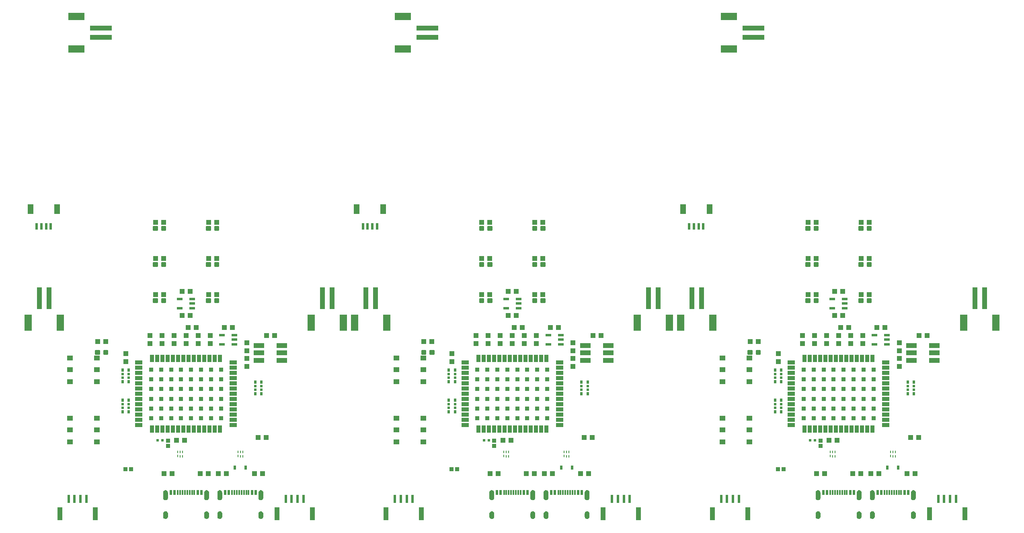
<source format=gtp>
G04 EAGLE Gerber RS-274X export*
G75*
%MOMM*%
%FSLAX34Y34*%
%LPD*%
%INSolderpaste Top*%
%IPPOS*%
%AMOC8*
5,1,8,0,0,1.08239X$1,22.5*%
G01*
%ADD10C,0.300000*%
%ADD11R,1.100000X1.000000*%
%ADD12R,1.000000X1.100000*%
%ADD13R,1.200000X0.550000*%
%ADD14R,0.900000X0.850000*%
%ADD15R,0.600000X0.600000*%
%ADD16R,0.850000X1.520000*%
%ADD17R,1.520000X0.850000*%
%ADD18R,0.900000X0.900000*%
%ADD19R,0.300000X1.000000*%
%ADD20R,0.600000X1.000000*%
%ADD21R,0.250000X0.610000*%
%ADD22R,0.250000X0.560000*%
%ADD23R,0.550000X0.800000*%
%ADD24R,0.550000X0.500000*%
%ADD25R,1.000000X4.600000*%
%ADD26R,1.600000X3.400000*%
%ADD27R,4.600000X1.000000*%
%ADD28R,3.400000X1.600000*%
%ADD29R,0.600000X1.700000*%
%ADD30R,1.000000X2.700000*%
%ADD31R,0.630000X0.830000*%
%ADD32R,1.150000X1.000000*%
%ADD33R,1.200000X2.000000*%
%ADD34R,0.600000X1.350000*%
%ADD35R,2.200000X1.100000*%
%ADD36R,0.850000X0.900000*%

G36*
X1071700Y41860D02*
X1071700Y41860D01*
X1071701Y41861D01*
X1071701Y41860D01*
X1072769Y41879D01*
X1072776Y41884D01*
X1072780Y41881D01*
X1073817Y42137D01*
X1073822Y42143D01*
X1073828Y42141D01*
X1074782Y42621D01*
X1074786Y42629D01*
X1074791Y42627D01*
X1075615Y43308D01*
X1075616Y43316D01*
X1075622Y43316D01*
X1076273Y44163D01*
X1076273Y44171D01*
X1076279Y44173D01*
X1076726Y45143D01*
X1076724Y45151D01*
X1076729Y45154D01*
X1076948Y46200D01*
X1076945Y46206D01*
X1076949Y46210D01*
X1076949Y58210D01*
X1076946Y58214D01*
X1076949Y58218D01*
X1076769Y59313D01*
X1076763Y59318D01*
X1076766Y59323D01*
X1076347Y60351D01*
X1076340Y60355D01*
X1076342Y60361D01*
X1075705Y61270D01*
X1075697Y61272D01*
X1075697Y61278D01*
X1074874Y62022D01*
X1074866Y62023D01*
X1074865Y62029D01*
X1073897Y62571D01*
X1073888Y62570D01*
X1073886Y62575D01*
X1072822Y62888D01*
X1072817Y62887D01*
X1072813Y62887D01*
X1072811Y62890D01*
X1071703Y62959D01*
X1071697Y62954D01*
X1071693Y62958D01*
X1070585Y62788D01*
X1070579Y62783D01*
X1070574Y62786D01*
X1069532Y62373D01*
X1069528Y62366D01*
X1069523Y62368D01*
X1068598Y61735D01*
X1068596Y61727D01*
X1068590Y61727D01*
X1067830Y60904D01*
X1067829Y60896D01*
X1067823Y60895D01*
X1067266Y59923D01*
X1067267Y59915D01*
X1067261Y59913D01*
X1066934Y58842D01*
X1066937Y58834D01*
X1066932Y58831D01*
X1066851Y57713D01*
X1066852Y57711D01*
X1066851Y57710D01*
X1066851Y45710D01*
X1066856Y45703D01*
X1066852Y45698D01*
X1067071Y44754D01*
X1067077Y44749D01*
X1067075Y44744D01*
X1067499Y43872D01*
X1067506Y43868D01*
X1067504Y43863D01*
X1068111Y43107D01*
X1068119Y43105D01*
X1068119Y43099D01*
X1068879Y42497D01*
X1068888Y42497D01*
X1068889Y42492D01*
X1069764Y42074D01*
X1069772Y42076D01*
X1069774Y42070D01*
X1070720Y41858D01*
X1070727Y41862D01*
X1070731Y41857D01*
X1071700Y41860D01*
G37*
G36*
X1186000Y41860D02*
X1186000Y41860D01*
X1186001Y41861D01*
X1186001Y41860D01*
X1187069Y41879D01*
X1187076Y41884D01*
X1187080Y41881D01*
X1188117Y42137D01*
X1188122Y42143D01*
X1188128Y42141D01*
X1189082Y42621D01*
X1189086Y42629D01*
X1189091Y42627D01*
X1189915Y43308D01*
X1189916Y43316D01*
X1189922Y43316D01*
X1190573Y44163D01*
X1190573Y44171D01*
X1190579Y44173D01*
X1191026Y45143D01*
X1191024Y45151D01*
X1191029Y45154D01*
X1191248Y46200D01*
X1191245Y46206D01*
X1191249Y46210D01*
X1191249Y58210D01*
X1191246Y58214D01*
X1191249Y58218D01*
X1191069Y59313D01*
X1191063Y59318D01*
X1191066Y59323D01*
X1190647Y60351D01*
X1190640Y60355D01*
X1190642Y60361D01*
X1190005Y61270D01*
X1189997Y61272D01*
X1189997Y61278D01*
X1189174Y62022D01*
X1189166Y62023D01*
X1189165Y62029D01*
X1188197Y62571D01*
X1188188Y62570D01*
X1188186Y62575D01*
X1187122Y62888D01*
X1187117Y62887D01*
X1187113Y62887D01*
X1187111Y62890D01*
X1186003Y62959D01*
X1185997Y62954D01*
X1185993Y62958D01*
X1184885Y62788D01*
X1184879Y62783D01*
X1184874Y62786D01*
X1183832Y62373D01*
X1183828Y62366D01*
X1183823Y62368D01*
X1182898Y61735D01*
X1182896Y61727D01*
X1182890Y61727D01*
X1182130Y60904D01*
X1182129Y60896D01*
X1182123Y60895D01*
X1181566Y59923D01*
X1181567Y59915D01*
X1181561Y59913D01*
X1181234Y58842D01*
X1181237Y58834D01*
X1181232Y58831D01*
X1181151Y57713D01*
X1181152Y57711D01*
X1181151Y57710D01*
X1181151Y45710D01*
X1181156Y45703D01*
X1181152Y45698D01*
X1181371Y44754D01*
X1181377Y44749D01*
X1181375Y44744D01*
X1181799Y43872D01*
X1181806Y43868D01*
X1181804Y43863D01*
X1182411Y43107D01*
X1182419Y43105D01*
X1182419Y43099D01*
X1183179Y42497D01*
X1183188Y42497D01*
X1183189Y42492D01*
X1184064Y42074D01*
X1184072Y42076D01*
X1184074Y42070D01*
X1185020Y41858D01*
X1185027Y41862D01*
X1185031Y41857D01*
X1186000Y41860D01*
G37*
G36*
X384630Y41860D02*
X384630Y41860D01*
X384631Y41861D01*
X384631Y41860D01*
X385699Y41879D01*
X385706Y41884D01*
X385710Y41881D01*
X386747Y42137D01*
X386752Y42143D01*
X386758Y42141D01*
X387712Y42621D01*
X387716Y42629D01*
X387721Y42627D01*
X388545Y43308D01*
X388546Y43316D01*
X388552Y43316D01*
X389203Y44163D01*
X389203Y44171D01*
X389209Y44173D01*
X389656Y45143D01*
X389654Y45151D01*
X389659Y45154D01*
X389878Y46200D01*
X389875Y46206D01*
X389879Y46210D01*
X389879Y58210D01*
X389876Y58214D01*
X389879Y58218D01*
X389699Y59313D01*
X389693Y59318D01*
X389696Y59323D01*
X389277Y60351D01*
X389270Y60355D01*
X389272Y60361D01*
X388635Y61270D01*
X388627Y61272D01*
X388627Y61278D01*
X387804Y62022D01*
X387796Y62023D01*
X387795Y62029D01*
X386827Y62571D01*
X386818Y62570D01*
X386816Y62575D01*
X385752Y62888D01*
X385747Y62887D01*
X385743Y62887D01*
X385741Y62890D01*
X384633Y62959D01*
X384627Y62954D01*
X384623Y62958D01*
X383515Y62788D01*
X383509Y62783D01*
X383504Y62786D01*
X382462Y62373D01*
X382458Y62366D01*
X382453Y62368D01*
X381528Y61735D01*
X381526Y61727D01*
X381520Y61727D01*
X380760Y60904D01*
X380759Y60896D01*
X380753Y60895D01*
X380196Y59923D01*
X380197Y59915D01*
X380191Y59913D01*
X379864Y58842D01*
X379867Y58834D01*
X379862Y58831D01*
X379781Y57713D01*
X379782Y57711D01*
X379781Y57710D01*
X379781Y45710D01*
X379786Y45703D01*
X379782Y45698D01*
X380001Y44754D01*
X380007Y44749D01*
X380005Y44744D01*
X380429Y43872D01*
X380436Y43868D01*
X380434Y43863D01*
X381041Y43107D01*
X381049Y43105D01*
X381049Y43099D01*
X381809Y42497D01*
X381818Y42497D01*
X381819Y42492D01*
X382694Y42074D01*
X382702Y42076D01*
X382704Y42070D01*
X383650Y41858D01*
X383657Y41862D01*
X383661Y41857D01*
X384630Y41860D01*
G37*
G36*
X1873070Y41860D02*
X1873070Y41860D01*
X1873071Y41861D01*
X1873071Y41860D01*
X1874139Y41879D01*
X1874146Y41884D01*
X1874150Y41881D01*
X1875187Y42137D01*
X1875192Y42143D01*
X1875198Y42141D01*
X1876152Y42621D01*
X1876156Y42629D01*
X1876161Y42627D01*
X1876985Y43308D01*
X1876986Y43316D01*
X1876992Y43316D01*
X1877643Y44163D01*
X1877643Y44171D01*
X1877649Y44173D01*
X1878096Y45143D01*
X1878094Y45151D01*
X1878099Y45154D01*
X1878318Y46200D01*
X1878315Y46206D01*
X1878319Y46210D01*
X1878319Y58210D01*
X1878316Y58214D01*
X1878319Y58218D01*
X1878139Y59313D01*
X1878133Y59318D01*
X1878136Y59323D01*
X1877717Y60351D01*
X1877710Y60355D01*
X1877712Y60361D01*
X1877075Y61270D01*
X1877067Y61272D01*
X1877067Y61278D01*
X1876244Y62022D01*
X1876236Y62023D01*
X1876235Y62029D01*
X1875267Y62571D01*
X1875258Y62570D01*
X1875256Y62575D01*
X1874192Y62888D01*
X1874187Y62887D01*
X1874183Y62887D01*
X1874181Y62890D01*
X1873073Y62959D01*
X1873067Y62954D01*
X1873063Y62958D01*
X1871955Y62788D01*
X1871949Y62783D01*
X1871944Y62786D01*
X1870902Y62373D01*
X1870898Y62366D01*
X1870893Y62368D01*
X1869968Y61735D01*
X1869966Y61727D01*
X1869960Y61727D01*
X1869200Y60904D01*
X1869199Y60896D01*
X1869193Y60895D01*
X1868636Y59923D01*
X1868637Y59915D01*
X1868631Y59913D01*
X1868304Y58842D01*
X1868307Y58834D01*
X1868302Y58831D01*
X1868221Y57713D01*
X1868222Y57711D01*
X1868221Y57710D01*
X1868221Y45710D01*
X1868226Y45703D01*
X1868222Y45698D01*
X1868441Y44754D01*
X1868447Y44749D01*
X1868445Y44744D01*
X1868869Y43872D01*
X1868876Y43868D01*
X1868874Y43863D01*
X1869481Y43107D01*
X1869489Y43105D01*
X1869489Y43099D01*
X1870249Y42497D01*
X1870258Y42497D01*
X1870259Y42492D01*
X1871134Y42074D01*
X1871142Y42076D01*
X1871144Y42070D01*
X1872090Y41858D01*
X1872097Y41862D01*
X1872101Y41857D01*
X1873070Y41860D01*
G37*
G36*
X498930Y41860D02*
X498930Y41860D01*
X498931Y41861D01*
X498931Y41860D01*
X499999Y41879D01*
X500006Y41884D01*
X500010Y41881D01*
X501047Y42137D01*
X501052Y42143D01*
X501058Y42141D01*
X502012Y42621D01*
X502016Y42629D01*
X502021Y42627D01*
X502845Y43308D01*
X502846Y43316D01*
X502852Y43316D01*
X503503Y44163D01*
X503503Y44171D01*
X503509Y44173D01*
X503956Y45143D01*
X503954Y45151D01*
X503959Y45154D01*
X504178Y46200D01*
X504175Y46206D01*
X504179Y46210D01*
X504179Y58210D01*
X504176Y58214D01*
X504179Y58218D01*
X503999Y59313D01*
X503993Y59318D01*
X503996Y59323D01*
X503577Y60351D01*
X503570Y60355D01*
X503572Y60361D01*
X502935Y61270D01*
X502927Y61272D01*
X502927Y61278D01*
X502104Y62022D01*
X502096Y62023D01*
X502095Y62029D01*
X501127Y62571D01*
X501118Y62570D01*
X501116Y62575D01*
X500052Y62888D01*
X500047Y62887D01*
X500043Y62887D01*
X500041Y62890D01*
X498933Y62959D01*
X498927Y62954D01*
X498923Y62958D01*
X497815Y62788D01*
X497809Y62783D01*
X497804Y62786D01*
X496762Y62373D01*
X496758Y62366D01*
X496753Y62368D01*
X495828Y61735D01*
X495826Y61727D01*
X495820Y61727D01*
X495060Y60904D01*
X495059Y60896D01*
X495053Y60895D01*
X494496Y59923D01*
X494497Y59915D01*
X494491Y59913D01*
X494164Y58842D01*
X494167Y58834D01*
X494162Y58831D01*
X494081Y57713D01*
X494082Y57711D01*
X494081Y57710D01*
X494081Y45710D01*
X494086Y45703D01*
X494082Y45698D01*
X494301Y44754D01*
X494307Y44749D01*
X494305Y44744D01*
X494729Y43872D01*
X494736Y43868D01*
X494734Y43863D01*
X495341Y43107D01*
X495349Y43105D01*
X495349Y43099D01*
X496109Y42497D01*
X496118Y42497D01*
X496119Y42492D01*
X496994Y42074D01*
X497002Y42076D01*
X497004Y42070D01*
X497950Y41858D01*
X497957Y41862D01*
X497961Y41857D01*
X498930Y41860D01*
G37*
G36*
X1758770Y41860D02*
X1758770Y41860D01*
X1758771Y41861D01*
X1758771Y41860D01*
X1759839Y41879D01*
X1759846Y41884D01*
X1759850Y41881D01*
X1760887Y42137D01*
X1760892Y42143D01*
X1760898Y42141D01*
X1761852Y42621D01*
X1761856Y42629D01*
X1761861Y42627D01*
X1762685Y43308D01*
X1762686Y43316D01*
X1762692Y43316D01*
X1763343Y44163D01*
X1763343Y44171D01*
X1763349Y44173D01*
X1763796Y45143D01*
X1763794Y45151D01*
X1763799Y45154D01*
X1764018Y46200D01*
X1764015Y46206D01*
X1764019Y46210D01*
X1764019Y58210D01*
X1764016Y58214D01*
X1764019Y58218D01*
X1763839Y59313D01*
X1763833Y59318D01*
X1763836Y59323D01*
X1763417Y60351D01*
X1763410Y60355D01*
X1763412Y60361D01*
X1762775Y61270D01*
X1762767Y61272D01*
X1762767Y61278D01*
X1761944Y62022D01*
X1761936Y62023D01*
X1761935Y62029D01*
X1760967Y62571D01*
X1760958Y62570D01*
X1760956Y62575D01*
X1759892Y62888D01*
X1759887Y62887D01*
X1759883Y62887D01*
X1759881Y62890D01*
X1758773Y62959D01*
X1758767Y62954D01*
X1758763Y62958D01*
X1757655Y62788D01*
X1757649Y62783D01*
X1757644Y62786D01*
X1756602Y62373D01*
X1756598Y62366D01*
X1756593Y62368D01*
X1755668Y61735D01*
X1755666Y61727D01*
X1755660Y61727D01*
X1754900Y60904D01*
X1754899Y60896D01*
X1754893Y60895D01*
X1754336Y59923D01*
X1754337Y59915D01*
X1754331Y59913D01*
X1754004Y58842D01*
X1754007Y58834D01*
X1754002Y58831D01*
X1753921Y57713D01*
X1753922Y57711D01*
X1753921Y57710D01*
X1753921Y45710D01*
X1753926Y45703D01*
X1753922Y45698D01*
X1754141Y44754D01*
X1754147Y44749D01*
X1754145Y44744D01*
X1754569Y43872D01*
X1754576Y43868D01*
X1754574Y43863D01*
X1755181Y43107D01*
X1755189Y43105D01*
X1755189Y43099D01*
X1755949Y42497D01*
X1755958Y42497D01*
X1755959Y42492D01*
X1756834Y42074D01*
X1756842Y42076D01*
X1756844Y42070D01*
X1757790Y41858D01*
X1757797Y41862D01*
X1757801Y41857D01*
X1758770Y41860D01*
G37*
G36*
X299211Y41869D02*
X299211Y41869D01*
X299218Y41874D01*
X299222Y41871D01*
X300274Y42120D01*
X300279Y42126D01*
X300284Y42124D01*
X301254Y42601D01*
X301257Y42608D01*
X301263Y42607D01*
X302102Y43288D01*
X302104Y43296D01*
X302110Y43296D01*
X302776Y44146D01*
X302777Y44154D01*
X302782Y44155D01*
X303243Y45133D01*
X303241Y45141D01*
X303247Y45143D01*
X303478Y46199D01*
X303475Y46206D01*
X303479Y46210D01*
X303479Y58210D01*
X303475Y58215D01*
X303479Y58218D01*
X303286Y59323D01*
X303280Y59329D01*
X303283Y59334D01*
X302850Y60368D01*
X302843Y60372D01*
X302845Y60378D01*
X302192Y61290D01*
X302184Y61293D01*
X302185Y61298D01*
X301346Y62043D01*
X301337Y62043D01*
X301337Y62049D01*
X300353Y62588D01*
X300345Y62587D01*
X300343Y62592D01*
X299264Y62898D01*
X299256Y62895D01*
X299253Y62900D01*
X298133Y62959D01*
X298128Y62955D01*
X298125Y62959D01*
X297079Y62841D01*
X297073Y62835D01*
X297068Y62838D01*
X296074Y62491D01*
X296070Y62484D01*
X296065Y62486D01*
X295173Y61926D01*
X295171Y61918D01*
X295165Y61919D01*
X294421Y61175D01*
X294419Y61167D01*
X294414Y61166D01*
X293854Y60275D01*
X293854Y60267D01*
X293849Y60265D01*
X293501Y59272D01*
X293504Y59264D01*
X293499Y59261D01*
X293381Y58215D01*
X293383Y58211D01*
X293381Y58210D01*
X293381Y46210D01*
X293384Y46205D01*
X293381Y46202D01*
X293539Y45206D01*
X293545Y45200D01*
X293542Y45195D01*
X293917Y44259D01*
X293924Y44254D01*
X293922Y44249D01*
X294496Y43420D01*
X294504Y43417D01*
X294503Y43411D01*
X295247Y42730D01*
X295256Y42730D01*
X295256Y42724D01*
X296133Y42226D01*
X296142Y42227D01*
X296144Y42221D01*
X297109Y41931D01*
X297117Y41934D01*
X297120Y41929D01*
X298127Y41860D01*
X298129Y41862D01*
X298130Y41860D01*
X299211Y41869D01*
G37*
G36*
X1787651Y41869D02*
X1787651Y41869D01*
X1787658Y41874D01*
X1787662Y41871D01*
X1788714Y42120D01*
X1788719Y42126D01*
X1788724Y42124D01*
X1789694Y42601D01*
X1789697Y42608D01*
X1789703Y42607D01*
X1790542Y43288D01*
X1790544Y43296D01*
X1790550Y43296D01*
X1791216Y44146D01*
X1791217Y44154D01*
X1791222Y44155D01*
X1791683Y45133D01*
X1791681Y45141D01*
X1791687Y45143D01*
X1791918Y46199D01*
X1791915Y46206D01*
X1791919Y46210D01*
X1791919Y58210D01*
X1791915Y58215D01*
X1791919Y58218D01*
X1791726Y59323D01*
X1791720Y59329D01*
X1791723Y59334D01*
X1791290Y60368D01*
X1791283Y60372D01*
X1791285Y60378D01*
X1790632Y61290D01*
X1790624Y61293D01*
X1790625Y61298D01*
X1789786Y62043D01*
X1789777Y62043D01*
X1789777Y62049D01*
X1788793Y62588D01*
X1788785Y62587D01*
X1788783Y62592D01*
X1787704Y62898D01*
X1787696Y62895D01*
X1787693Y62900D01*
X1786573Y62959D01*
X1786568Y62955D01*
X1786565Y62959D01*
X1785519Y62841D01*
X1785513Y62835D01*
X1785508Y62838D01*
X1784514Y62491D01*
X1784510Y62484D01*
X1784505Y62486D01*
X1783613Y61926D01*
X1783611Y61918D01*
X1783605Y61919D01*
X1782861Y61175D01*
X1782859Y61167D01*
X1782854Y61166D01*
X1782294Y60275D01*
X1782294Y60267D01*
X1782289Y60265D01*
X1781941Y59272D01*
X1781944Y59264D01*
X1781939Y59261D01*
X1781821Y58215D01*
X1781823Y58211D01*
X1781821Y58210D01*
X1781821Y46210D01*
X1781824Y46205D01*
X1781821Y46202D01*
X1781979Y45206D01*
X1781985Y45200D01*
X1781982Y45195D01*
X1782357Y44259D01*
X1782364Y44254D01*
X1782362Y44249D01*
X1782936Y43420D01*
X1782944Y43417D01*
X1782943Y43411D01*
X1783687Y42730D01*
X1783696Y42730D01*
X1783696Y42724D01*
X1784573Y42226D01*
X1784582Y42227D01*
X1784584Y42221D01*
X1785549Y41931D01*
X1785557Y41934D01*
X1785560Y41929D01*
X1786567Y41860D01*
X1786569Y41862D01*
X1786570Y41860D01*
X1787651Y41869D01*
G37*
G36*
X1673351Y41869D02*
X1673351Y41869D01*
X1673358Y41874D01*
X1673362Y41871D01*
X1674414Y42120D01*
X1674419Y42126D01*
X1674424Y42124D01*
X1675394Y42601D01*
X1675397Y42608D01*
X1675403Y42607D01*
X1676242Y43288D01*
X1676244Y43296D01*
X1676250Y43296D01*
X1676916Y44146D01*
X1676917Y44154D01*
X1676922Y44155D01*
X1677383Y45133D01*
X1677381Y45141D01*
X1677387Y45143D01*
X1677618Y46199D01*
X1677615Y46206D01*
X1677619Y46210D01*
X1677619Y58210D01*
X1677615Y58215D01*
X1677619Y58218D01*
X1677426Y59323D01*
X1677420Y59329D01*
X1677423Y59334D01*
X1676990Y60368D01*
X1676983Y60372D01*
X1676985Y60378D01*
X1676332Y61290D01*
X1676324Y61293D01*
X1676325Y61298D01*
X1675486Y62043D01*
X1675477Y62043D01*
X1675477Y62049D01*
X1674493Y62588D01*
X1674485Y62587D01*
X1674483Y62592D01*
X1673404Y62898D01*
X1673396Y62895D01*
X1673393Y62900D01*
X1672273Y62959D01*
X1672268Y62955D01*
X1672265Y62959D01*
X1671219Y62841D01*
X1671213Y62835D01*
X1671208Y62838D01*
X1670214Y62491D01*
X1670210Y62484D01*
X1670205Y62486D01*
X1669313Y61926D01*
X1669311Y61918D01*
X1669305Y61919D01*
X1668561Y61175D01*
X1668559Y61167D01*
X1668554Y61166D01*
X1667994Y60275D01*
X1667994Y60267D01*
X1667989Y60265D01*
X1667641Y59272D01*
X1667644Y59264D01*
X1667639Y59261D01*
X1667521Y58215D01*
X1667523Y58211D01*
X1667521Y58210D01*
X1667521Y46210D01*
X1667524Y46205D01*
X1667521Y46202D01*
X1667679Y45206D01*
X1667685Y45200D01*
X1667682Y45195D01*
X1668057Y44259D01*
X1668064Y44254D01*
X1668062Y44249D01*
X1668636Y43420D01*
X1668644Y43417D01*
X1668643Y43411D01*
X1669387Y42730D01*
X1669396Y42730D01*
X1669396Y42724D01*
X1670273Y42226D01*
X1670282Y42227D01*
X1670284Y42221D01*
X1671249Y41931D01*
X1671257Y41934D01*
X1671260Y41929D01*
X1672267Y41860D01*
X1672269Y41862D01*
X1672270Y41860D01*
X1673351Y41869D01*
G37*
G36*
X986281Y41869D02*
X986281Y41869D01*
X986288Y41874D01*
X986292Y41871D01*
X987344Y42120D01*
X987349Y42126D01*
X987354Y42124D01*
X988324Y42601D01*
X988327Y42608D01*
X988333Y42607D01*
X989172Y43288D01*
X989174Y43296D01*
X989180Y43296D01*
X989846Y44146D01*
X989847Y44154D01*
X989852Y44155D01*
X990313Y45133D01*
X990311Y45141D01*
X990317Y45143D01*
X990548Y46199D01*
X990545Y46206D01*
X990549Y46210D01*
X990549Y58210D01*
X990545Y58215D01*
X990549Y58218D01*
X990356Y59323D01*
X990350Y59329D01*
X990353Y59334D01*
X989920Y60368D01*
X989913Y60372D01*
X989915Y60378D01*
X989262Y61290D01*
X989254Y61293D01*
X989255Y61298D01*
X988416Y62043D01*
X988407Y62043D01*
X988407Y62049D01*
X987423Y62588D01*
X987415Y62587D01*
X987413Y62592D01*
X986334Y62898D01*
X986326Y62895D01*
X986323Y62900D01*
X985203Y62959D01*
X985198Y62955D01*
X985195Y62959D01*
X984149Y62841D01*
X984143Y62835D01*
X984138Y62838D01*
X983144Y62491D01*
X983140Y62484D01*
X983135Y62486D01*
X982243Y61926D01*
X982241Y61918D01*
X982235Y61919D01*
X981491Y61175D01*
X981489Y61167D01*
X981484Y61166D01*
X980924Y60275D01*
X980924Y60267D01*
X980919Y60265D01*
X980571Y59272D01*
X980574Y59264D01*
X980569Y59261D01*
X980451Y58215D01*
X980453Y58211D01*
X980451Y58210D01*
X980451Y46210D01*
X980454Y46205D01*
X980451Y46202D01*
X980609Y45206D01*
X980615Y45200D01*
X980612Y45195D01*
X980987Y44259D01*
X980994Y44254D01*
X980992Y44249D01*
X981566Y43420D01*
X981574Y43417D01*
X981573Y43411D01*
X982317Y42730D01*
X982326Y42730D01*
X982326Y42724D01*
X983203Y42226D01*
X983212Y42227D01*
X983214Y42221D01*
X984179Y41931D01*
X984187Y41934D01*
X984190Y41929D01*
X985197Y41860D01*
X985199Y41862D01*
X985200Y41860D01*
X986281Y41869D01*
G37*
G36*
X1100581Y41869D02*
X1100581Y41869D01*
X1100588Y41874D01*
X1100592Y41871D01*
X1101644Y42120D01*
X1101649Y42126D01*
X1101654Y42124D01*
X1102624Y42601D01*
X1102627Y42608D01*
X1102633Y42607D01*
X1103472Y43288D01*
X1103474Y43296D01*
X1103480Y43296D01*
X1104146Y44146D01*
X1104147Y44154D01*
X1104152Y44155D01*
X1104613Y45133D01*
X1104611Y45141D01*
X1104617Y45143D01*
X1104848Y46199D01*
X1104845Y46206D01*
X1104849Y46210D01*
X1104849Y58210D01*
X1104845Y58215D01*
X1104849Y58218D01*
X1104656Y59323D01*
X1104650Y59329D01*
X1104653Y59334D01*
X1104220Y60368D01*
X1104213Y60372D01*
X1104215Y60378D01*
X1103562Y61290D01*
X1103554Y61293D01*
X1103555Y61298D01*
X1102716Y62043D01*
X1102707Y62043D01*
X1102707Y62049D01*
X1101723Y62588D01*
X1101715Y62587D01*
X1101713Y62592D01*
X1100634Y62898D01*
X1100626Y62895D01*
X1100623Y62900D01*
X1099503Y62959D01*
X1099498Y62955D01*
X1099495Y62959D01*
X1098449Y62841D01*
X1098443Y62835D01*
X1098438Y62838D01*
X1097444Y62491D01*
X1097440Y62484D01*
X1097435Y62486D01*
X1096543Y61926D01*
X1096541Y61918D01*
X1096535Y61919D01*
X1095791Y61175D01*
X1095789Y61167D01*
X1095784Y61166D01*
X1095224Y60275D01*
X1095224Y60267D01*
X1095219Y60265D01*
X1094871Y59272D01*
X1094874Y59264D01*
X1094869Y59261D01*
X1094751Y58215D01*
X1094753Y58211D01*
X1094751Y58210D01*
X1094751Y46210D01*
X1094754Y46205D01*
X1094751Y46202D01*
X1094909Y45206D01*
X1094915Y45200D01*
X1094912Y45195D01*
X1095287Y44259D01*
X1095294Y44254D01*
X1095292Y44249D01*
X1095866Y43420D01*
X1095874Y43417D01*
X1095873Y43411D01*
X1096617Y42730D01*
X1096626Y42730D01*
X1096626Y42724D01*
X1097503Y42226D01*
X1097512Y42227D01*
X1097514Y42221D01*
X1098479Y41931D01*
X1098487Y41934D01*
X1098490Y41929D01*
X1099497Y41860D01*
X1099499Y41862D01*
X1099500Y41860D01*
X1100581Y41869D01*
G37*
G36*
X413511Y41869D02*
X413511Y41869D01*
X413518Y41874D01*
X413522Y41871D01*
X414574Y42120D01*
X414579Y42126D01*
X414584Y42124D01*
X415554Y42601D01*
X415557Y42608D01*
X415563Y42607D01*
X416402Y43288D01*
X416404Y43296D01*
X416410Y43296D01*
X417076Y44146D01*
X417077Y44154D01*
X417082Y44155D01*
X417543Y45133D01*
X417541Y45141D01*
X417547Y45143D01*
X417778Y46199D01*
X417775Y46206D01*
X417779Y46210D01*
X417779Y58210D01*
X417775Y58215D01*
X417779Y58218D01*
X417586Y59323D01*
X417580Y59329D01*
X417583Y59334D01*
X417150Y60368D01*
X417143Y60372D01*
X417145Y60378D01*
X416492Y61290D01*
X416484Y61293D01*
X416485Y61298D01*
X415646Y62043D01*
X415637Y62043D01*
X415637Y62049D01*
X414653Y62588D01*
X414645Y62587D01*
X414643Y62592D01*
X413564Y62898D01*
X413556Y62895D01*
X413553Y62900D01*
X412433Y62959D01*
X412428Y62955D01*
X412425Y62959D01*
X411379Y62841D01*
X411373Y62835D01*
X411368Y62838D01*
X410374Y62491D01*
X410370Y62484D01*
X410365Y62486D01*
X409473Y61926D01*
X409471Y61918D01*
X409465Y61919D01*
X408721Y61175D01*
X408719Y61167D01*
X408714Y61166D01*
X408154Y60275D01*
X408154Y60267D01*
X408149Y60265D01*
X407801Y59272D01*
X407804Y59264D01*
X407799Y59261D01*
X407681Y58215D01*
X407683Y58211D01*
X407681Y58210D01*
X407681Y46210D01*
X407684Y46205D01*
X407681Y46202D01*
X407839Y45206D01*
X407845Y45200D01*
X407842Y45195D01*
X408217Y44259D01*
X408224Y44254D01*
X408222Y44249D01*
X408796Y43420D01*
X408804Y43417D01*
X408803Y43411D01*
X409547Y42730D01*
X409556Y42730D01*
X409556Y42724D01*
X410433Y42226D01*
X410442Y42227D01*
X410444Y42221D01*
X411409Y41931D01*
X411417Y41934D01*
X411420Y41929D01*
X412427Y41860D01*
X412429Y41862D01*
X412430Y41860D01*
X413511Y41869D01*
G37*
G36*
X1186504Y2364D02*
X1186504Y2364D01*
X1186507Y2361D01*
X1187583Y2516D01*
X1187588Y2522D01*
X1187593Y2519D01*
X1188607Y2909D01*
X1188611Y2916D01*
X1188617Y2914D01*
X1189519Y3520D01*
X1189521Y3528D01*
X1189527Y3528D01*
X1190271Y4319D01*
X1190272Y4327D01*
X1190278Y4328D01*
X1190827Y5266D01*
X1190826Y5274D01*
X1190832Y5276D01*
X1191159Y6312D01*
X1191156Y6320D01*
X1191161Y6323D01*
X1191249Y7406D01*
X1191247Y7408D01*
X1191249Y7410D01*
X1191249Y13410D01*
X1191246Y13414D01*
X1191249Y13416D01*
X1191099Y14548D01*
X1191093Y14554D01*
X1191096Y14559D01*
X1190698Y15630D01*
X1190691Y15634D01*
X1190693Y15640D01*
X1190066Y16595D01*
X1190058Y16597D01*
X1190059Y16603D01*
X1189236Y17395D01*
X1189228Y17396D01*
X1189227Y17402D01*
X1188248Y17990D01*
X1188240Y17989D01*
X1188238Y17995D01*
X1187153Y18351D01*
X1187145Y18348D01*
X1187142Y18353D01*
X1186005Y18459D01*
X1185996Y18453D01*
X1185991Y18458D01*
X1184854Y18251D01*
X1184848Y18245D01*
X1184843Y18248D01*
X1183781Y17793D01*
X1183777Y17786D01*
X1183771Y17788D01*
X1182836Y17108D01*
X1182834Y17100D01*
X1182828Y17100D01*
X1182068Y16229D01*
X1182068Y16221D01*
X1182062Y16220D01*
X1181515Y15202D01*
X1181516Y15194D01*
X1181511Y15192D01*
X1181507Y15179D01*
X1181494Y15129D01*
X1181493Y15129D01*
X1181494Y15129D01*
X1181480Y15080D01*
X1181466Y15031D01*
X1181453Y14982D01*
X1181439Y14932D01*
X1181426Y14883D01*
X1181412Y14834D01*
X1181399Y14785D01*
X1181385Y14735D01*
X1181371Y14686D01*
X1181358Y14637D01*
X1181344Y14588D01*
X1181331Y14538D01*
X1181317Y14489D01*
X1181304Y14440D01*
X1181290Y14391D01*
X1181277Y14341D01*
X1181276Y14341D01*
X1181263Y14292D01*
X1181249Y14243D01*
X1181204Y14077D01*
X1181207Y14070D01*
X1181202Y14067D01*
X1181151Y12912D01*
X1181152Y12910D01*
X1181151Y12910D01*
X1181151Y6910D01*
X1181155Y6904D01*
X1181152Y6900D01*
X1181364Y5820D01*
X1181370Y5814D01*
X1181367Y5809D01*
X1181814Y4803D01*
X1181821Y4799D01*
X1181819Y4794D01*
X1182479Y3912D01*
X1182487Y3910D01*
X1182487Y3904D01*
X1183326Y3192D01*
X1183334Y3191D01*
X1183335Y3186D01*
X1184312Y2678D01*
X1184320Y2679D01*
X1184322Y2674D01*
X1185387Y2396D01*
X1185395Y2399D01*
X1185398Y2394D01*
X1186499Y2360D01*
X1186504Y2364D01*
G37*
G36*
X1072204Y2364D02*
X1072204Y2364D01*
X1072207Y2361D01*
X1073283Y2516D01*
X1073288Y2522D01*
X1073293Y2519D01*
X1074307Y2909D01*
X1074311Y2916D01*
X1074317Y2914D01*
X1075219Y3520D01*
X1075221Y3528D01*
X1075227Y3528D01*
X1075971Y4319D01*
X1075972Y4327D01*
X1075978Y4328D01*
X1076527Y5266D01*
X1076526Y5274D01*
X1076532Y5276D01*
X1076859Y6312D01*
X1076856Y6320D01*
X1076861Y6323D01*
X1076949Y7406D01*
X1076947Y7408D01*
X1076949Y7410D01*
X1076949Y13410D01*
X1076946Y13414D01*
X1076949Y13416D01*
X1076799Y14548D01*
X1076793Y14554D01*
X1076796Y14559D01*
X1076398Y15630D01*
X1076391Y15634D01*
X1076393Y15640D01*
X1075766Y16595D01*
X1075758Y16597D01*
X1075759Y16603D01*
X1074936Y17395D01*
X1074928Y17396D01*
X1074927Y17402D01*
X1073948Y17990D01*
X1073940Y17989D01*
X1073938Y17995D01*
X1072853Y18351D01*
X1072845Y18348D01*
X1072842Y18353D01*
X1071705Y18459D01*
X1071696Y18453D01*
X1071691Y18458D01*
X1070554Y18251D01*
X1070548Y18245D01*
X1070543Y18248D01*
X1069481Y17793D01*
X1069477Y17786D01*
X1069471Y17788D01*
X1068536Y17108D01*
X1068534Y17100D01*
X1068528Y17100D01*
X1067768Y16229D01*
X1067768Y16221D01*
X1067762Y16220D01*
X1067215Y15202D01*
X1067216Y15194D01*
X1067211Y15192D01*
X1067207Y15179D01*
X1067194Y15129D01*
X1067193Y15129D01*
X1067194Y15129D01*
X1067180Y15080D01*
X1067166Y15031D01*
X1067153Y14982D01*
X1067139Y14932D01*
X1067126Y14883D01*
X1067112Y14834D01*
X1067099Y14785D01*
X1067085Y14735D01*
X1067071Y14686D01*
X1067058Y14637D01*
X1067044Y14588D01*
X1067031Y14538D01*
X1067017Y14489D01*
X1067004Y14440D01*
X1066990Y14391D01*
X1066977Y14341D01*
X1066976Y14341D01*
X1066963Y14292D01*
X1066949Y14243D01*
X1066904Y14077D01*
X1066907Y14070D01*
X1066902Y14067D01*
X1066851Y12912D01*
X1066852Y12910D01*
X1066851Y12910D01*
X1066851Y6910D01*
X1066855Y6904D01*
X1066852Y6900D01*
X1067064Y5820D01*
X1067070Y5814D01*
X1067067Y5809D01*
X1067514Y4803D01*
X1067521Y4799D01*
X1067519Y4794D01*
X1068179Y3912D01*
X1068187Y3910D01*
X1068187Y3904D01*
X1069026Y3192D01*
X1069034Y3191D01*
X1069035Y3186D01*
X1070012Y2678D01*
X1070020Y2679D01*
X1070022Y2674D01*
X1071087Y2396D01*
X1071095Y2399D01*
X1071098Y2394D01*
X1072199Y2360D01*
X1072204Y2364D01*
G37*
G36*
X385134Y2364D02*
X385134Y2364D01*
X385137Y2361D01*
X386213Y2516D01*
X386218Y2522D01*
X386223Y2519D01*
X387237Y2909D01*
X387241Y2916D01*
X387247Y2914D01*
X388149Y3520D01*
X388151Y3528D01*
X388157Y3528D01*
X388901Y4319D01*
X388902Y4327D01*
X388908Y4328D01*
X389457Y5266D01*
X389456Y5274D01*
X389462Y5276D01*
X389789Y6312D01*
X389786Y6320D01*
X389791Y6323D01*
X389879Y7406D01*
X389877Y7408D01*
X389879Y7410D01*
X389879Y13410D01*
X389876Y13414D01*
X389879Y13416D01*
X389729Y14548D01*
X389723Y14554D01*
X389726Y14559D01*
X389328Y15630D01*
X389321Y15634D01*
X389323Y15640D01*
X388696Y16595D01*
X388688Y16597D01*
X388689Y16603D01*
X387866Y17395D01*
X387858Y17396D01*
X387857Y17402D01*
X386878Y17990D01*
X386870Y17989D01*
X386868Y17995D01*
X385783Y18351D01*
X385775Y18348D01*
X385772Y18353D01*
X384635Y18459D01*
X384626Y18453D01*
X384621Y18458D01*
X383484Y18251D01*
X383478Y18245D01*
X383473Y18248D01*
X382411Y17793D01*
X382407Y17786D01*
X382401Y17788D01*
X381466Y17108D01*
X381464Y17100D01*
X381458Y17100D01*
X380698Y16229D01*
X380698Y16221D01*
X380692Y16220D01*
X380145Y15202D01*
X380146Y15194D01*
X380141Y15192D01*
X380137Y15179D01*
X380124Y15129D01*
X380123Y15129D01*
X380124Y15129D01*
X380110Y15080D01*
X380096Y15031D01*
X380083Y14982D01*
X380069Y14932D01*
X380056Y14883D01*
X380042Y14834D01*
X380029Y14785D01*
X380015Y14735D01*
X380001Y14686D01*
X379988Y14637D01*
X379974Y14588D01*
X379961Y14538D01*
X379947Y14489D01*
X379934Y14440D01*
X379920Y14391D01*
X379907Y14341D01*
X379906Y14341D01*
X379893Y14292D01*
X379879Y14243D01*
X379834Y14077D01*
X379837Y14070D01*
X379832Y14067D01*
X379781Y12912D01*
X379782Y12910D01*
X379781Y12910D01*
X379781Y6910D01*
X379785Y6904D01*
X379782Y6900D01*
X379994Y5820D01*
X380000Y5814D01*
X379997Y5809D01*
X380444Y4803D01*
X380451Y4799D01*
X380449Y4794D01*
X381109Y3912D01*
X381117Y3910D01*
X381117Y3904D01*
X381956Y3192D01*
X381964Y3191D01*
X381965Y3186D01*
X382942Y2678D01*
X382950Y2679D01*
X382952Y2674D01*
X384017Y2396D01*
X384025Y2399D01*
X384028Y2394D01*
X385129Y2360D01*
X385134Y2364D01*
G37*
G36*
X1759274Y2364D02*
X1759274Y2364D01*
X1759277Y2361D01*
X1760353Y2516D01*
X1760358Y2522D01*
X1760363Y2519D01*
X1761377Y2909D01*
X1761381Y2916D01*
X1761387Y2914D01*
X1762289Y3520D01*
X1762291Y3528D01*
X1762297Y3528D01*
X1763041Y4319D01*
X1763042Y4327D01*
X1763048Y4328D01*
X1763597Y5266D01*
X1763596Y5274D01*
X1763602Y5276D01*
X1763929Y6312D01*
X1763926Y6320D01*
X1763931Y6323D01*
X1764019Y7406D01*
X1764017Y7408D01*
X1764019Y7410D01*
X1764019Y13410D01*
X1764016Y13414D01*
X1764019Y13416D01*
X1763869Y14548D01*
X1763863Y14554D01*
X1763866Y14559D01*
X1763468Y15630D01*
X1763461Y15634D01*
X1763463Y15640D01*
X1762836Y16595D01*
X1762828Y16597D01*
X1762829Y16603D01*
X1762006Y17395D01*
X1761998Y17396D01*
X1761997Y17402D01*
X1761018Y17990D01*
X1761010Y17989D01*
X1761008Y17995D01*
X1759923Y18351D01*
X1759915Y18348D01*
X1759912Y18353D01*
X1758775Y18459D01*
X1758766Y18453D01*
X1758761Y18458D01*
X1757624Y18251D01*
X1757618Y18245D01*
X1757613Y18248D01*
X1756551Y17793D01*
X1756547Y17786D01*
X1756541Y17788D01*
X1755606Y17108D01*
X1755604Y17100D01*
X1755598Y17100D01*
X1754838Y16229D01*
X1754838Y16221D01*
X1754832Y16220D01*
X1754285Y15202D01*
X1754286Y15194D01*
X1754281Y15192D01*
X1754277Y15179D01*
X1754264Y15129D01*
X1754263Y15129D01*
X1754264Y15129D01*
X1754250Y15080D01*
X1754236Y15031D01*
X1754223Y14982D01*
X1754209Y14932D01*
X1754196Y14883D01*
X1754182Y14834D01*
X1754169Y14785D01*
X1754155Y14735D01*
X1754141Y14686D01*
X1754128Y14637D01*
X1754114Y14588D01*
X1754101Y14538D01*
X1754087Y14489D01*
X1754074Y14440D01*
X1754060Y14391D01*
X1754047Y14341D01*
X1754046Y14341D01*
X1754033Y14292D01*
X1754019Y14243D01*
X1753974Y14077D01*
X1753977Y14070D01*
X1753972Y14067D01*
X1753921Y12912D01*
X1753922Y12910D01*
X1753921Y12910D01*
X1753921Y6910D01*
X1753925Y6904D01*
X1753922Y6900D01*
X1754134Y5820D01*
X1754140Y5814D01*
X1754137Y5809D01*
X1754584Y4803D01*
X1754591Y4799D01*
X1754589Y4794D01*
X1755249Y3912D01*
X1755257Y3910D01*
X1755257Y3904D01*
X1756096Y3192D01*
X1756104Y3191D01*
X1756105Y3186D01*
X1757082Y2678D01*
X1757090Y2679D01*
X1757092Y2674D01*
X1758157Y2396D01*
X1758165Y2399D01*
X1758168Y2394D01*
X1759269Y2360D01*
X1759274Y2364D01*
G37*
G36*
X1873574Y2364D02*
X1873574Y2364D01*
X1873577Y2361D01*
X1874653Y2516D01*
X1874658Y2522D01*
X1874663Y2519D01*
X1875677Y2909D01*
X1875681Y2916D01*
X1875687Y2914D01*
X1876589Y3520D01*
X1876591Y3528D01*
X1876597Y3528D01*
X1877341Y4319D01*
X1877342Y4327D01*
X1877348Y4328D01*
X1877897Y5266D01*
X1877896Y5274D01*
X1877902Y5276D01*
X1878229Y6312D01*
X1878226Y6320D01*
X1878231Y6323D01*
X1878319Y7406D01*
X1878317Y7408D01*
X1878319Y7410D01*
X1878319Y13410D01*
X1878316Y13414D01*
X1878319Y13416D01*
X1878169Y14548D01*
X1878163Y14554D01*
X1878166Y14559D01*
X1877768Y15630D01*
X1877761Y15634D01*
X1877763Y15640D01*
X1877136Y16595D01*
X1877128Y16597D01*
X1877129Y16603D01*
X1876306Y17395D01*
X1876298Y17396D01*
X1876297Y17402D01*
X1875318Y17990D01*
X1875310Y17989D01*
X1875308Y17995D01*
X1874223Y18351D01*
X1874215Y18348D01*
X1874212Y18353D01*
X1873075Y18459D01*
X1873066Y18453D01*
X1873061Y18458D01*
X1871924Y18251D01*
X1871918Y18245D01*
X1871913Y18248D01*
X1870851Y17793D01*
X1870847Y17786D01*
X1870841Y17788D01*
X1869906Y17108D01*
X1869904Y17100D01*
X1869898Y17100D01*
X1869138Y16229D01*
X1869138Y16221D01*
X1869132Y16220D01*
X1868585Y15202D01*
X1868586Y15194D01*
X1868581Y15192D01*
X1868577Y15179D01*
X1868564Y15129D01*
X1868563Y15129D01*
X1868564Y15129D01*
X1868550Y15080D01*
X1868536Y15031D01*
X1868523Y14982D01*
X1868509Y14932D01*
X1868496Y14883D01*
X1868482Y14834D01*
X1868469Y14785D01*
X1868455Y14735D01*
X1868441Y14686D01*
X1868428Y14637D01*
X1868414Y14588D01*
X1868401Y14538D01*
X1868387Y14489D01*
X1868374Y14440D01*
X1868360Y14391D01*
X1868347Y14341D01*
X1868346Y14341D01*
X1868333Y14292D01*
X1868319Y14243D01*
X1868274Y14077D01*
X1868277Y14070D01*
X1868272Y14067D01*
X1868221Y12912D01*
X1868222Y12910D01*
X1868221Y12910D01*
X1868221Y6910D01*
X1868225Y6904D01*
X1868222Y6900D01*
X1868434Y5820D01*
X1868440Y5814D01*
X1868437Y5809D01*
X1868884Y4803D01*
X1868891Y4799D01*
X1868889Y4794D01*
X1869549Y3912D01*
X1869557Y3910D01*
X1869557Y3904D01*
X1870396Y3192D01*
X1870404Y3191D01*
X1870405Y3186D01*
X1871382Y2678D01*
X1871390Y2679D01*
X1871392Y2674D01*
X1872457Y2396D01*
X1872465Y2399D01*
X1872468Y2394D01*
X1873569Y2360D01*
X1873574Y2364D01*
G37*
G36*
X499434Y2364D02*
X499434Y2364D01*
X499437Y2361D01*
X500513Y2516D01*
X500518Y2522D01*
X500523Y2519D01*
X501537Y2909D01*
X501541Y2916D01*
X501547Y2914D01*
X502449Y3520D01*
X502451Y3528D01*
X502457Y3528D01*
X503201Y4319D01*
X503202Y4327D01*
X503208Y4328D01*
X503757Y5266D01*
X503756Y5274D01*
X503762Y5276D01*
X504089Y6312D01*
X504086Y6320D01*
X504091Y6323D01*
X504179Y7406D01*
X504177Y7408D01*
X504179Y7410D01*
X504179Y13410D01*
X504176Y13414D01*
X504179Y13416D01*
X504029Y14548D01*
X504023Y14554D01*
X504026Y14559D01*
X503628Y15630D01*
X503621Y15634D01*
X503623Y15640D01*
X502996Y16595D01*
X502988Y16597D01*
X502989Y16603D01*
X502166Y17395D01*
X502158Y17396D01*
X502157Y17402D01*
X501178Y17990D01*
X501170Y17989D01*
X501168Y17995D01*
X500083Y18351D01*
X500075Y18348D01*
X500072Y18353D01*
X498935Y18459D01*
X498926Y18453D01*
X498921Y18458D01*
X497784Y18251D01*
X497778Y18245D01*
X497773Y18248D01*
X496711Y17793D01*
X496707Y17786D01*
X496701Y17788D01*
X495766Y17108D01*
X495764Y17100D01*
X495758Y17100D01*
X494998Y16229D01*
X494998Y16221D01*
X494992Y16220D01*
X494445Y15202D01*
X494446Y15194D01*
X494441Y15192D01*
X494437Y15179D01*
X494424Y15129D01*
X494423Y15129D01*
X494424Y15129D01*
X494410Y15080D01*
X494396Y15031D01*
X494383Y14982D01*
X494369Y14932D01*
X494356Y14883D01*
X494342Y14834D01*
X494329Y14785D01*
X494315Y14735D01*
X494301Y14686D01*
X494288Y14637D01*
X494274Y14588D01*
X494261Y14538D01*
X494247Y14489D01*
X494234Y14440D01*
X494220Y14391D01*
X494207Y14341D01*
X494206Y14341D01*
X494193Y14292D01*
X494179Y14243D01*
X494134Y14077D01*
X494137Y14070D01*
X494132Y14067D01*
X494081Y12912D01*
X494082Y12910D01*
X494081Y12910D01*
X494081Y6910D01*
X494085Y6904D01*
X494082Y6900D01*
X494294Y5820D01*
X494300Y5814D01*
X494297Y5809D01*
X494744Y4803D01*
X494751Y4799D01*
X494749Y4794D01*
X495409Y3912D01*
X495417Y3910D01*
X495417Y3904D01*
X496256Y3192D01*
X496264Y3191D01*
X496265Y3186D01*
X497242Y2678D01*
X497250Y2679D01*
X497252Y2674D01*
X498317Y2396D01*
X498325Y2399D01*
X498328Y2394D01*
X499429Y2360D01*
X499434Y2364D01*
G37*
G36*
X412932Y2365D02*
X412932Y2365D01*
X412937Y2361D01*
X414024Y2506D01*
X414030Y2512D01*
X414035Y2509D01*
X415063Y2892D01*
X415068Y2899D01*
X415073Y2897D01*
X415990Y3500D01*
X415993Y3508D01*
X415999Y3507D01*
X416759Y4299D01*
X416760Y4307D01*
X416766Y4307D01*
X417330Y5248D01*
X417330Y5252D01*
X417331Y5253D01*
X417330Y5255D01*
X417329Y5256D01*
X417335Y5258D01*
X417676Y6301D01*
X417674Y6309D01*
X417678Y6312D01*
X417779Y7405D01*
X417777Y7408D01*
X417779Y7410D01*
X417779Y13410D01*
X417777Y13412D01*
X417779Y13414D01*
X417678Y14507D01*
X417673Y14513D01*
X417676Y14518D01*
X417335Y15561D01*
X417328Y15566D01*
X417330Y15571D01*
X416766Y16512D01*
X416758Y16515D01*
X416759Y16521D01*
X415999Y17312D01*
X415991Y17314D01*
X415990Y17319D01*
X415073Y17922D01*
X415065Y17922D01*
X415063Y17927D01*
X414035Y18311D01*
X414027Y18308D01*
X414024Y18313D01*
X412937Y18458D01*
X412929Y18454D01*
X412925Y18459D01*
X411788Y18353D01*
X411782Y18347D01*
X411777Y18351D01*
X410692Y17995D01*
X410687Y17988D01*
X410682Y17990D01*
X409703Y17402D01*
X409700Y17394D01*
X409694Y17395D01*
X408871Y16603D01*
X408870Y16595D01*
X408864Y16595D01*
X408237Y15640D01*
X408238Y15631D01*
X408232Y15630D01*
X407834Y14559D01*
X407836Y14551D01*
X407831Y14548D01*
X407681Y13416D01*
X407684Y13412D01*
X407681Y13410D01*
X407681Y7410D01*
X407684Y7406D01*
X407681Y7403D01*
X407831Y6271D01*
X407837Y6265D01*
X407834Y6260D01*
X408232Y5190D01*
X408239Y5185D01*
X408237Y5180D01*
X408864Y4225D01*
X408872Y4222D01*
X408871Y4216D01*
X409694Y3424D01*
X409702Y3423D01*
X409703Y3418D01*
X410682Y2829D01*
X410690Y2830D01*
X410692Y2824D01*
X411777Y2468D01*
X411785Y2471D01*
X411788Y2466D01*
X412925Y2361D01*
X412932Y2365D01*
G37*
G36*
X1787072Y2365D02*
X1787072Y2365D01*
X1787077Y2361D01*
X1788164Y2506D01*
X1788170Y2512D01*
X1788175Y2509D01*
X1789203Y2892D01*
X1789208Y2899D01*
X1789213Y2897D01*
X1790130Y3500D01*
X1790133Y3508D01*
X1790139Y3507D01*
X1790899Y4299D01*
X1790900Y4307D01*
X1790906Y4307D01*
X1791470Y5248D01*
X1791470Y5252D01*
X1791471Y5253D01*
X1791470Y5255D01*
X1791469Y5256D01*
X1791475Y5258D01*
X1791816Y6301D01*
X1791814Y6309D01*
X1791818Y6312D01*
X1791919Y7405D01*
X1791917Y7408D01*
X1791919Y7410D01*
X1791919Y13410D01*
X1791917Y13412D01*
X1791919Y13414D01*
X1791818Y14507D01*
X1791813Y14513D01*
X1791816Y14518D01*
X1791475Y15561D01*
X1791468Y15566D01*
X1791470Y15571D01*
X1790906Y16512D01*
X1790898Y16515D01*
X1790899Y16521D01*
X1790139Y17312D01*
X1790131Y17314D01*
X1790130Y17319D01*
X1789213Y17922D01*
X1789205Y17922D01*
X1789203Y17927D01*
X1788175Y18311D01*
X1788167Y18308D01*
X1788164Y18313D01*
X1787077Y18458D01*
X1787069Y18454D01*
X1787065Y18459D01*
X1785928Y18353D01*
X1785922Y18347D01*
X1785917Y18351D01*
X1784832Y17995D01*
X1784827Y17988D01*
X1784822Y17990D01*
X1783843Y17402D01*
X1783840Y17394D01*
X1783834Y17395D01*
X1783011Y16603D01*
X1783010Y16595D01*
X1783004Y16595D01*
X1782377Y15640D01*
X1782378Y15631D01*
X1782372Y15630D01*
X1781974Y14559D01*
X1781976Y14551D01*
X1781971Y14548D01*
X1781821Y13416D01*
X1781824Y13412D01*
X1781821Y13410D01*
X1781821Y7410D01*
X1781824Y7406D01*
X1781821Y7403D01*
X1781971Y6271D01*
X1781977Y6265D01*
X1781974Y6260D01*
X1782372Y5190D01*
X1782379Y5185D01*
X1782377Y5180D01*
X1783004Y4225D01*
X1783012Y4222D01*
X1783011Y4216D01*
X1783834Y3424D01*
X1783842Y3423D01*
X1783843Y3418D01*
X1784822Y2829D01*
X1784830Y2830D01*
X1784832Y2824D01*
X1785917Y2468D01*
X1785925Y2471D01*
X1785928Y2466D01*
X1787065Y2361D01*
X1787072Y2365D01*
G37*
G36*
X1100002Y2365D02*
X1100002Y2365D01*
X1100007Y2361D01*
X1101094Y2506D01*
X1101100Y2512D01*
X1101105Y2509D01*
X1102133Y2892D01*
X1102138Y2899D01*
X1102143Y2897D01*
X1103060Y3500D01*
X1103063Y3508D01*
X1103069Y3507D01*
X1103829Y4299D01*
X1103830Y4307D01*
X1103836Y4307D01*
X1104400Y5248D01*
X1104400Y5252D01*
X1104401Y5253D01*
X1104400Y5255D01*
X1104399Y5256D01*
X1104405Y5258D01*
X1104746Y6301D01*
X1104744Y6309D01*
X1104748Y6312D01*
X1104849Y7405D01*
X1104847Y7408D01*
X1104849Y7410D01*
X1104849Y13410D01*
X1104847Y13412D01*
X1104849Y13414D01*
X1104748Y14507D01*
X1104743Y14513D01*
X1104746Y14518D01*
X1104405Y15561D01*
X1104398Y15566D01*
X1104400Y15571D01*
X1103836Y16512D01*
X1103828Y16515D01*
X1103829Y16521D01*
X1103069Y17312D01*
X1103061Y17314D01*
X1103060Y17319D01*
X1102143Y17922D01*
X1102135Y17922D01*
X1102133Y17927D01*
X1101105Y18311D01*
X1101097Y18308D01*
X1101094Y18313D01*
X1100007Y18458D01*
X1099999Y18454D01*
X1099995Y18459D01*
X1098858Y18353D01*
X1098852Y18347D01*
X1098847Y18351D01*
X1097762Y17995D01*
X1097757Y17988D01*
X1097752Y17990D01*
X1096773Y17402D01*
X1096770Y17394D01*
X1096764Y17395D01*
X1095941Y16603D01*
X1095940Y16595D01*
X1095934Y16595D01*
X1095307Y15640D01*
X1095308Y15631D01*
X1095302Y15630D01*
X1094904Y14559D01*
X1094906Y14551D01*
X1094901Y14548D01*
X1094751Y13416D01*
X1094754Y13412D01*
X1094751Y13410D01*
X1094751Y7410D01*
X1094754Y7406D01*
X1094751Y7403D01*
X1094901Y6271D01*
X1094907Y6265D01*
X1094904Y6260D01*
X1095302Y5190D01*
X1095309Y5185D01*
X1095307Y5180D01*
X1095934Y4225D01*
X1095942Y4222D01*
X1095941Y4216D01*
X1096764Y3424D01*
X1096772Y3423D01*
X1096773Y3418D01*
X1097752Y2829D01*
X1097760Y2830D01*
X1097762Y2824D01*
X1098847Y2468D01*
X1098855Y2471D01*
X1098858Y2466D01*
X1099995Y2361D01*
X1100002Y2365D01*
G37*
G36*
X985702Y2365D02*
X985702Y2365D01*
X985707Y2361D01*
X986794Y2506D01*
X986800Y2512D01*
X986805Y2509D01*
X987833Y2892D01*
X987838Y2899D01*
X987843Y2897D01*
X988760Y3500D01*
X988763Y3508D01*
X988769Y3507D01*
X989529Y4299D01*
X989530Y4307D01*
X989536Y4307D01*
X990100Y5248D01*
X990100Y5252D01*
X990101Y5253D01*
X990100Y5255D01*
X990099Y5256D01*
X990105Y5258D01*
X990446Y6301D01*
X990444Y6309D01*
X990448Y6312D01*
X990549Y7405D01*
X990547Y7408D01*
X990549Y7410D01*
X990549Y13410D01*
X990547Y13412D01*
X990549Y13414D01*
X990448Y14507D01*
X990443Y14513D01*
X990446Y14518D01*
X990105Y15561D01*
X990098Y15566D01*
X990100Y15571D01*
X989536Y16512D01*
X989528Y16515D01*
X989529Y16521D01*
X988769Y17312D01*
X988761Y17314D01*
X988760Y17319D01*
X987843Y17922D01*
X987835Y17922D01*
X987833Y17927D01*
X986805Y18311D01*
X986797Y18308D01*
X986794Y18313D01*
X985707Y18458D01*
X985699Y18454D01*
X985695Y18459D01*
X984558Y18353D01*
X984552Y18347D01*
X984547Y18351D01*
X983462Y17995D01*
X983457Y17988D01*
X983452Y17990D01*
X982473Y17402D01*
X982470Y17394D01*
X982464Y17395D01*
X981641Y16603D01*
X981640Y16595D01*
X981634Y16595D01*
X981007Y15640D01*
X981008Y15631D01*
X981002Y15630D01*
X980604Y14559D01*
X980606Y14551D01*
X980601Y14548D01*
X980451Y13416D01*
X980454Y13412D01*
X980451Y13410D01*
X980451Y7410D01*
X980454Y7406D01*
X980451Y7403D01*
X980601Y6271D01*
X980607Y6265D01*
X980604Y6260D01*
X981002Y5190D01*
X981009Y5185D01*
X981007Y5180D01*
X981634Y4225D01*
X981642Y4222D01*
X981641Y4216D01*
X982464Y3424D01*
X982472Y3423D01*
X982473Y3418D01*
X983452Y2829D01*
X983460Y2830D01*
X983462Y2824D01*
X984547Y2468D01*
X984555Y2471D01*
X984558Y2466D01*
X985695Y2361D01*
X985702Y2365D01*
G37*
G36*
X1672772Y2365D02*
X1672772Y2365D01*
X1672777Y2361D01*
X1673864Y2506D01*
X1673870Y2512D01*
X1673875Y2509D01*
X1674903Y2892D01*
X1674908Y2899D01*
X1674913Y2897D01*
X1675830Y3500D01*
X1675833Y3508D01*
X1675839Y3507D01*
X1676599Y4299D01*
X1676600Y4307D01*
X1676606Y4307D01*
X1677170Y5248D01*
X1677170Y5252D01*
X1677171Y5253D01*
X1677170Y5255D01*
X1677169Y5256D01*
X1677175Y5258D01*
X1677516Y6301D01*
X1677514Y6309D01*
X1677518Y6312D01*
X1677619Y7405D01*
X1677617Y7408D01*
X1677619Y7410D01*
X1677619Y13410D01*
X1677617Y13412D01*
X1677619Y13414D01*
X1677518Y14507D01*
X1677513Y14513D01*
X1677516Y14518D01*
X1677175Y15561D01*
X1677168Y15566D01*
X1677170Y15571D01*
X1676606Y16512D01*
X1676598Y16515D01*
X1676599Y16521D01*
X1675839Y17312D01*
X1675831Y17314D01*
X1675830Y17319D01*
X1674913Y17922D01*
X1674905Y17922D01*
X1674903Y17927D01*
X1673875Y18311D01*
X1673867Y18308D01*
X1673864Y18313D01*
X1672777Y18458D01*
X1672769Y18454D01*
X1672765Y18459D01*
X1671628Y18353D01*
X1671622Y18347D01*
X1671617Y18351D01*
X1670532Y17995D01*
X1670527Y17988D01*
X1670522Y17990D01*
X1669543Y17402D01*
X1669540Y17394D01*
X1669534Y17395D01*
X1668711Y16603D01*
X1668710Y16595D01*
X1668704Y16595D01*
X1668077Y15640D01*
X1668078Y15631D01*
X1668072Y15630D01*
X1667674Y14559D01*
X1667676Y14551D01*
X1667671Y14548D01*
X1667521Y13416D01*
X1667524Y13412D01*
X1667521Y13410D01*
X1667521Y7410D01*
X1667524Y7406D01*
X1667521Y7403D01*
X1667671Y6271D01*
X1667677Y6265D01*
X1667674Y6260D01*
X1668072Y5190D01*
X1668079Y5185D01*
X1668077Y5180D01*
X1668704Y4225D01*
X1668712Y4222D01*
X1668711Y4216D01*
X1669534Y3424D01*
X1669542Y3423D01*
X1669543Y3418D01*
X1670522Y2829D01*
X1670530Y2830D01*
X1670532Y2824D01*
X1671617Y2468D01*
X1671625Y2471D01*
X1671628Y2466D01*
X1672765Y2361D01*
X1672772Y2365D01*
G37*
G36*
X298632Y2365D02*
X298632Y2365D01*
X298637Y2361D01*
X299724Y2506D01*
X299730Y2512D01*
X299735Y2509D01*
X300763Y2892D01*
X300768Y2899D01*
X300773Y2897D01*
X301690Y3500D01*
X301693Y3508D01*
X301699Y3507D01*
X302459Y4299D01*
X302460Y4307D01*
X302466Y4307D01*
X303030Y5248D01*
X303030Y5252D01*
X303031Y5253D01*
X303030Y5255D01*
X303029Y5256D01*
X303035Y5258D01*
X303376Y6301D01*
X303374Y6309D01*
X303378Y6312D01*
X303479Y7405D01*
X303477Y7408D01*
X303479Y7410D01*
X303479Y13410D01*
X303477Y13412D01*
X303479Y13414D01*
X303378Y14507D01*
X303373Y14513D01*
X303376Y14518D01*
X303035Y15561D01*
X303028Y15566D01*
X303030Y15571D01*
X302466Y16512D01*
X302458Y16515D01*
X302459Y16521D01*
X301699Y17312D01*
X301691Y17314D01*
X301690Y17319D01*
X300773Y17922D01*
X300765Y17922D01*
X300763Y17927D01*
X299735Y18311D01*
X299727Y18308D01*
X299724Y18313D01*
X298637Y18458D01*
X298629Y18454D01*
X298625Y18459D01*
X297488Y18353D01*
X297482Y18347D01*
X297477Y18351D01*
X296392Y17995D01*
X296387Y17988D01*
X296382Y17990D01*
X295403Y17402D01*
X295400Y17394D01*
X295394Y17395D01*
X294571Y16603D01*
X294570Y16595D01*
X294564Y16595D01*
X293937Y15640D01*
X293938Y15631D01*
X293932Y15630D01*
X293534Y14559D01*
X293536Y14551D01*
X293531Y14548D01*
X293381Y13416D01*
X293384Y13412D01*
X293381Y13410D01*
X293381Y7410D01*
X293384Y7406D01*
X293381Y7403D01*
X293531Y6271D01*
X293537Y6265D01*
X293534Y6260D01*
X293932Y5190D01*
X293939Y5185D01*
X293937Y5180D01*
X294564Y4225D01*
X294572Y4222D01*
X294571Y4216D01*
X295394Y3424D01*
X295402Y3423D01*
X295403Y3418D01*
X296382Y2829D01*
X296390Y2830D01*
X296392Y2824D01*
X297477Y2468D01*
X297485Y2471D01*
X297488Y2466D01*
X298625Y2361D01*
X298632Y2365D01*
G37*
D10*
X402780Y535590D02*
X402780Y542590D01*
X409780Y542590D01*
X409780Y535590D01*
X402780Y535590D01*
X402780Y538440D02*
X409780Y538440D01*
X409780Y541290D02*
X402780Y541290D01*
X385240Y542590D02*
X385240Y535590D01*
X385240Y542590D02*
X392240Y542590D01*
X392240Y535590D01*
X385240Y535590D01*
X385240Y538440D02*
X392240Y538440D01*
X392240Y541290D02*
X385240Y541290D01*
D11*
X389010Y551790D03*
X406010Y551790D03*
D12*
X367030Y371840D03*
X367030Y388840D03*
X341630Y388840D03*
X341630Y371840D03*
D13*
X443531Y370840D03*
X443531Y380340D03*
X443531Y389840D03*
X417529Y389840D03*
X417529Y370840D03*
D11*
X439030Y405740D03*
X422030Y405740D03*
D12*
X265430Y388840D03*
X265430Y371840D03*
X290830Y388840D03*
X290830Y371840D03*
D10*
X402780Y459390D02*
X402780Y466390D01*
X409780Y466390D01*
X409780Y459390D01*
X402780Y459390D01*
X402780Y462240D02*
X409780Y462240D01*
X409780Y465090D02*
X402780Y465090D01*
X385240Y466390D02*
X385240Y459390D01*
X385240Y466390D02*
X392240Y466390D01*
X392240Y459390D01*
X385240Y459390D01*
X385240Y462240D02*
X392240Y462240D01*
X392240Y465090D02*
X385240Y465090D01*
D11*
X389010Y475590D03*
X406010Y475590D03*
D14*
X303530Y167700D03*
X303530Y156100D03*
D11*
X321700Y168250D03*
X338700Y168250D03*
D12*
X316230Y388840D03*
X316230Y371840D03*
D15*
X282020Y168250D03*
X292020Y168250D03*
D16*
X270130Y191540D03*
X281130Y191540D03*
X292130Y191540D03*
X303130Y191540D03*
X314130Y191540D03*
X325130Y191540D03*
X336130Y191540D03*
X347130Y191540D03*
X358130Y191540D03*
X369130Y191540D03*
X380130Y191540D03*
X391130Y191540D03*
X402130Y191540D03*
X413130Y191540D03*
D17*
X441130Y200040D03*
X441130Y211040D03*
X441130Y222040D03*
X441130Y233040D03*
X441130Y244040D03*
X441130Y255040D03*
X441130Y266040D03*
X441130Y277040D03*
X441130Y288040D03*
X441130Y299040D03*
X441130Y310040D03*
X441130Y321040D03*
X441130Y332040D03*
D16*
X413130Y340540D03*
X402130Y340540D03*
X391130Y340540D03*
X380130Y340540D03*
X369130Y340540D03*
X358130Y340540D03*
X347130Y340540D03*
X336130Y340540D03*
X325130Y340540D03*
X314130Y340540D03*
X303130Y340540D03*
X292130Y340540D03*
X281130Y340540D03*
X270130Y340540D03*
D17*
X242130Y332040D03*
X242130Y321040D03*
X242130Y310040D03*
X242130Y299040D03*
X242130Y288040D03*
X242130Y277040D03*
X242130Y266040D03*
X242130Y255040D03*
X242130Y244040D03*
X242130Y233040D03*
X242130Y222040D03*
X242130Y211040D03*
X242130Y200040D03*
D18*
X331130Y276540D03*
X310130Y276540D03*
X289130Y276540D03*
X268130Y276540D03*
X331130Y297040D03*
X310130Y297040D03*
X289130Y297040D03*
X268130Y297040D03*
X331130Y317540D03*
X310130Y317540D03*
X289130Y317540D03*
X268130Y317540D03*
X331130Y214540D03*
X310130Y214540D03*
X289130Y214540D03*
X268130Y214540D03*
X331130Y235040D03*
X310130Y235040D03*
X289130Y235040D03*
X268130Y235040D03*
X331130Y255540D03*
X310130Y255540D03*
X289130Y255540D03*
X268130Y255540D03*
X415130Y276540D03*
X394130Y276540D03*
X373130Y276540D03*
X352130Y276540D03*
X415130Y297040D03*
X394130Y297040D03*
X373130Y297040D03*
X352130Y297040D03*
X415130Y317540D03*
X394130Y317540D03*
X373130Y317540D03*
X352130Y317540D03*
X415130Y214540D03*
X394130Y214540D03*
X373130Y214540D03*
X352130Y214540D03*
X415130Y235040D03*
X394130Y235040D03*
X373130Y235040D03*
X352130Y235040D03*
X415130Y255540D03*
X394130Y255540D03*
X373130Y255540D03*
X352130Y255540D03*
D11*
X388230Y98240D03*
X371230Y98240D03*
X295030Y98240D03*
X312030Y98240D03*
D19*
X349130Y58010D03*
X344130Y58010D03*
D20*
X373880Y58010D03*
X366130Y58010D03*
D19*
X359130Y58010D03*
X354130Y58010D03*
X334130Y58010D03*
X339130Y58010D03*
D20*
X309380Y58010D03*
X317130Y58010D03*
D19*
X324130Y58010D03*
X329130Y58010D03*
D12*
X392430Y371840D03*
X392430Y388840D03*
D11*
X345830Y405740D03*
X362830Y405740D03*
D21*
X323930Y134990D03*
D22*
X328930Y134740D03*
X333930Y134740D03*
X333930Y143340D03*
X328930Y143340D03*
X323930Y143340D03*
D23*
X220830Y292140D03*
D24*
X220830Y300140D03*
X220830Y308140D03*
D23*
X220830Y316140D03*
X207830Y316140D03*
D24*
X207830Y308140D03*
X207830Y300140D03*
D23*
X207830Y292140D03*
X220830Y228640D03*
D24*
X220830Y236640D03*
X220830Y244640D03*
D23*
X220830Y252640D03*
X207830Y252640D03*
D24*
X207830Y244640D03*
X207830Y236640D03*
D23*
X207830Y228640D03*
D12*
X214630Y333740D03*
X214630Y350740D03*
D11*
X172330Y376530D03*
X155330Y376530D03*
D10*
X169100Y357170D02*
X169100Y350170D01*
X169100Y357170D02*
X176100Y357170D01*
X176100Y350170D01*
X169100Y350170D01*
X169100Y353020D02*
X176100Y353020D01*
X176100Y355870D02*
X169100Y355870D01*
X151560Y357170D02*
X151560Y350170D01*
X151560Y357170D02*
X158560Y357170D01*
X158560Y350170D01*
X151560Y350170D01*
X151560Y353020D02*
X158560Y353020D01*
X158560Y355870D02*
X151560Y355870D01*
D25*
X648810Y468140D03*
X628810Y468140D03*
D26*
X672810Y416140D03*
X604810Y416140D03*
D27*
X162730Y1018040D03*
X162730Y1038040D03*
D28*
X110730Y994040D03*
X110730Y1062040D03*
D11*
X294250Y627990D03*
X277250Y627990D03*
D10*
X291020Y618790D02*
X291020Y611790D01*
X291020Y618790D02*
X298020Y618790D01*
X298020Y611790D01*
X291020Y611790D01*
X291020Y614640D02*
X298020Y614640D01*
X298020Y617490D02*
X291020Y617490D01*
X273480Y618790D02*
X273480Y611790D01*
X273480Y618790D02*
X280480Y618790D01*
X280480Y611790D01*
X273480Y611790D01*
X273480Y614640D02*
X280480Y614640D01*
X280480Y617490D02*
X273480Y617490D01*
D11*
X294250Y551790D03*
X277250Y551790D03*
D10*
X291020Y542590D02*
X291020Y535590D01*
X291020Y542590D02*
X298020Y542590D01*
X298020Y535590D01*
X291020Y535590D01*
X291020Y538440D02*
X298020Y538440D01*
X298020Y541290D02*
X291020Y541290D01*
X273480Y542590D02*
X273480Y535590D01*
X273480Y542590D02*
X280480Y542590D01*
X280480Y535590D01*
X273480Y535590D01*
X273480Y538440D02*
X280480Y538440D01*
X280480Y541290D02*
X273480Y541290D01*
D11*
X294250Y475590D03*
X277250Y475590D03*
D10*
X291020Y466390D02*
X291020Y459390D01*
X291020Y466390D02*
X298020Y466390D01*
X298020Y459390D01*
X291020Y459390D01*
X291020Y462240D02*
X298020Y462240D01*
X298020Y465090D02*
X291020Y465090D01*
X273480Y466390D02*
X273480Y459390D01*
X273480Y466390D02*
X280480Y466390D01*
X280480Y459390D01*
X273480Y459390D01*
X273480Y462240D02*
X280480Y462240D01*
X280480Y465090D02*
X273480Y465090D01*
D25*
X53180Y468140D03*
X33180Y468140D03*
D26*
X77180Y416140D03*
X9180Y416140D03*
D19*
X463430Y58010D03*
X458430Y58010D03*
D20*
X488180Y58010D03*
X480430Y58010D03*
D19*
X473430Y58010D03*
X468430Y58010D03*
X448430Y58010D03*
X453430Y58010D03*
D20*
X423680Y58010D03*
X431430Y58010D03*
D19*
X438430Y58010D03*
X443430Y58010D03*
D11*
X502530Y98240D03*
X485530Y98240D03*
X409330Y98240D03*
X426330Y98240D03*
D29*
X94280Y44880D03*
D30*
X150280Y12880D03*
X75780Y12880D03*
D29*
X106780Y44880D03*
X119280Y44880D03*
X131780Y44880D03*
X551480Y44880D03*
D30*
X607480Y12880D03*
X532980Y12880D03*
D29*
X563980Y44880D03*
X576480Y44880D03*
X588980Y44880D03*
D11*
X406010Y627990D03*
X389010Y627990D03*
D10*
X402780Y618790D02*
X402780Y611790D01*
X402780Y618790D02*
X409780Y618790D01*
X409780Y611790D01*
X402780Y611790D01*
X402780Y614640D02*
X409780Y614640D01*
X409780Y617490D02*
X402780Y617490D01*
X385240Y618790D02*
X385240Y611790D01*
X385240Y618790D02*
X392240Y618790D01*
X392240Y611790D01*
X385240Y611790D01*
X385240Y614640D02*
X392240Y614640D01*
X392240Y617490D02*
X385240Y617490D01*
D23*
X500230Y266740D03*
D24*
X500230Y274740D03*
X500230Y282740D03*
D23*
X500230Y290740D03*
X487230Y290740D03*
D24*
X487230Y282740D03*
X487230Y274740D03*
D23*
X487230Y266740D03*
D11*
X510150Y174440D03*
X493150Y174440D03*
D31*
X467430Y110940D03*
X444430Y110940D03*
D11*
X528390Y389040D03*
X511390Y389040D03*
D12*
X469630Y323840D03*
X469630Y340840D03*
X469630Y373840D03*
X469630Y356840D03*
D13*
X354631Y447040D03*
X354631Y456540D03*
X354631Y466040D03*
X328629Y466040D03*
X328629Y447040D03*
D11*
X350130Y481940D03*
X333130Y481940D03*
X333130Y431140D03*
X350130Y431140D03*
D32*
X97480Y214840D03*
X97480Y189840D03*
X97480Y164840D03*
X153980Y214840D03*
X153980Y189840D03*
X153980Y164840D03*
X97480Y341840D03*
X97480Y316840D03*
X97480Y291840D03*
X153980Y341840D03*
X153980Y316840D03*
X153980Y291840D03*
D21*
X450930Y134990D03*
D22*
X455930Y134740D03*
X460930Y134740D03*
X460930Y143340D03*
X455930Y143340D03*
X450930Y143340D03*
D33*
X69910Y655850D03*
X13910Y655850D03*
D34*
X56910Y619100D03*
X46910Y619100D03*
X36910Y619100D03*
X26910Y619100D03*
D35*
X495430Y368400D03*
X495430Y352400D03*
X495430Y336400D03*
X543430Y336400D03*
X543430Y352400D03*
X543430Y368400D03*
D36*
X225510Y107290D03*
X213910Y107290D03*
D10*
X1089850Y535590D02*
X1089850Y542590D01*
X1096850Y542590D01*
X1096850Y535590D01*
X1089850Y535590D01*
X1089850Y538440D02*
X1096850Y538440D01*
X1096850Y541290D02*
X1089850Y541290D01*
X1072310Y542590D02*
X1072310Y535590D01*
X1072310Y542590D02*
X1079310Y542590D01*
X1079310Y535590D01*
X1072310Y535590D01*
X1072310Y538440D02*
X1079310Y538440D01*
X1079310Y541290D02*
X1072310Y541290D01*
D11*
X1076080Y551790D03*
X1093080Y551790D03*
D12*
X1054100Y371840D03*
X1054100Y388840D03*
X1028700Y388840D03*
X1028700Y371840D03*
D13*
X1130601Y370840D03*
X1130601Y380340D03*
X1130601Y389840D03*
X1104599Y389840D03*
X1104599Y370840D03*
D11*
X1126100Y405740D03*
X1109100Y405740D03*
D12*
X952500Y388840D03*
X952500Y371840D03*
X977900Y388840D03*
X977900Y371840D03*
D10*
X1089850Y459390D02*
X1089850Y466390D01*
X1096850Y466390D01*
X1096850Y459390D01*
X1089850Y459390D01*
X1089850Y462240D02*
X1096850Y462240D01*
X1096850Y465090D02*
X1089850Y465090D01*
X1072310Y466390D02*
X1072310Y459390D01*
X1072310Y466390D02*
X1079310Y466390D01*
X1079310Y459390D01*
X1072310Y459390D01*
X1072310Y462240D02*
X1079310Y462240D01*
X1079310Y465090D02*
X1072310Y465090D01*
D11*
X1076080Y475590D03*
X1093080Y475590D03*
D14*
X990600Y167700D03*
X990600Y156100D03*
D11*
X1008770Y168250D03*
X1025770Y168250D03*
D12*
X1003300Y388840D03*
X1003300Y371840D03*
D15*
X969090Y168250D03*
X979090Y168250D03*
D16*
X957200Y191540D03*
X968200Y191540D03*
X979200Y191540D03*
X990200Y191540D03*
X1001200Y191540D03*
X1012200Y191540D03*
X1023200Y191540D03*
X1034200Y191540D03*
X1045200Y191540D03*
X1056200Y191540D03*
X1067200Y191540D03*
X1078200Y191540D03*
X1089200Y191540D03*
X1100200Y191540D03*
D17*
X1128200Y200040D03*
X1128200Y211040D03*
X1128200Y222040D03*
X1128200Y233040D03*
X1128200Y244040D03*
X1128200Y255040D03*
X1128200Y266040D03*
X1128200Y277040D03*
X1128200Y288040D03*
X1128200Y299040D03*
X1128200Y310040D03*
X1128200Y321040D03*
X1128200Y332040D03*
D16*
X1100200Y340540D03*
X1089200Y340540D03*
X1078200Y340540D03*
X1067200Y340540D03*
X1056200Y340540D03*
X1045200Y340540D03*
X1034200Y340540D03*
X1023200Y340540D03*
X1012200Y340540D03*
X1001200Y340540D03*
X990200Y340540D03*
X979200Y340540D03*
X968200Y340540D03*
X957200Y340540D03*
D17*
X929200Y332040D03*
X929200Y321040D03*
X929200Y310040D03*
X929200Y299040D03*
X929200Y288040D03*
X929200Y277040D03*
X929200Y266040D03*
X929200Y255040D03*
X929200Y244040D03*
X929200Y233040D03*
X929200Y222040D03*
X929200Y211040D03*
X929200Y200040D03*
D18*
X1018200Y276540D03*
X997200Y276540D03*
X976200Y276540D03*
X955200Y276540D03*
X1018200Y297040D03*
X997200Y297040D03*
X976200Y297040D03*
X955200Y297040D03*
X1018200Y317540D03*
X997200Y317540D03*
X976200Y317540D03*
X955200Y317540D03*
X1018200Y214540D03*
X997200Y214540D03*
X976200Y214540D03*
X955200Y214540D03*
X1018200Y235040D03*
X997200Y235040D03*
X976200Y235040D03*
X955200Y235040D03*
X1018200Y255540D03*
X997200Y255540D03*
X976200Y255540D03*
X955200Y255540D03*
X1102200Y276540D03*
X1081200Y276540D03*
X1060200Y276540D03*
X1039200Y276540D03*
X1102200Y297040D03*
X1081200Y297040D03*
X1060200Y297040D03*
X1039200Y297040D03*
X1102200Y317540D03*
X1081200Y317540D03*
X1060200Y317540D03*
X1039200Y317540D03*
X1102200Y214540D03*
X1081200Y214540D03*
X1060200Y214540D03*
X1039200Y214540D03*
X1102200Y235040D03*
X1081200Y235040D03*
X1060200Y235040D03*
X1039200Y235040D03*
X1102200Y255540D03*
X1081200Y255540D03*
X1060200Y255540D03*
X1039200Y255540D03*
D11*
X1075300Y98240D03*
X1058300Y98240D03*
X982100Y98240D03*
X999100Y98240D03*
D19*
X1036200Y58010D03*
X1031200Y58010D03*
D20*
X1060950Y58010D03*
X1053200Y58010D03*
D19*
X1046200Y58010D03*
X1041200Y58010D03*
X1021200Y58010D03*
X1026200Y58010D03*
D20*
X996450Y58010D03*
X1004200Y58010D03*
D19*
X1011200Y58010D03*
X1016200Y58010D03*
D12*
X1079500Y371840D03*
X1079500Y388840D03*
D11*
X1032900Y405740D03*
X1049900Y405740D03*
D21*
X1011000Y134990D03*
D22*
X1016000Y134740D03*
X1021000Y134740D03*
X1021000Y143340D03*
X1016000Y143340D03*
X1011000Y143340D03*
D23*
X907900Y292140D03*
D24*
X907900Y300140D03*
X907900Y308140D03*
D23*
X907900Y316140D03*
X894900Y316140D03*
D24*
X894900Y308140D03*
X894900Y300140D03*
D23*
X894900Y292140D03*
X907900Y228640D03*
D24*
X907900Y236640D03*
X907900Y244640D03*
D23*
X907900Y252640D03*
X894900Y252640D03*
D24*
X894900Y244640D03*
X894900Y236640D03*
D23*
X894900Y228640D03*
D12*
X901700Y333740D03*
X901700Y350740D03*
D11*
X859400Y376530D03*
X842400Y376530D03*
D10*
X856170Y357170D02*
X856170Y350170D01*
X856170Y357170D02*
X863170Y357170D01*
X863170Y350170D01*
X856170Y350170D01*
X856170Y353020D02*
X863170Y353020D01*
X863170Y355870D02*
X856170Y355870D01*
X838630Y357170D02*
X838630Y350170D01*
X838630Y357170D02*
X845630Y357170D01*
X845630Y350170D01*
X838630Y350170D01*
X838630Y353020D02*
X845630Y353020D01*
X845630Y355870D02*
X838630Y355870D01*
D25*
X1335880Y468140D03*
X1315880Y468140D03*
D26*
X1359880Y416140D03*
X1291880Y416140D03*
D27*
X849800Y1018040D03*
X849800Y1038040D03*
D28*
X797800Y994040D03*
X797800Y1062040D03*
D11*
X981320Y627990D03*
X964320Y627990D03*
D10*
X978090Y618790D02*
X978090Y611790D01*
X978090Y618790D02*
X985090Y618790D01*
X985090Y611790D01*
X978090Y611790D01*
X978090Y614640D02*
X985090Y614640D01*
X985090Y617490D02*
X978090Y617490D01*
X960550Y618790D02*
X960550Y611790D01*
X960550Y618790D02*
X967550Y618790D01*
X967550Y611790D01*
X960550Y611790D01*
X960550Y614640D02*
X967550Y614640D01*
X967550Y617490D02*
X960550Y617490D01*
D11*
X981320Y551790D03*
X964320Y551790D03*
D10*
X978090Y542590D02*
X978090Y535590D01*
X978090Y542590D02*
X985090Y542590D01*
X985090Y535590D01*
X978090Y535590D01*
X978090Y538440D02*
X985090Y538440D01*
X985090Y541290D02*
X978090Y541290D01*
X960550Y542590D02*
X960550Y535590D01*
X960550Y542590D02*
X967550Y542590D01*
X967550Y535590D01*
X960550Y535590D01*
X960550Y538440D02*
X967550Y538440D01*
X967550Y541290D02*
X960550Y541290D01*
D11*
X981320Y475590D03*
X964320Y475590D03*
D10*
X978090Y466390D02*
X978090Y459390D01*
X978090Y466390D02*
X985090Y466390D01*
X985090Y459390D01*
X978090Y459390D01*
X978090Y462240D02*
X985090Y462240D01*
X985090Y465090D02*
X978090Y465090D01*
X960550Y466390D02*
X960550Y459390D01*
X960550Y466390D02*
X967550Y466390D01*
X967550Y459390D01*
X960550Y459390D01*
X960550Y462240D02*
X967550Y462240D01*
X967550Y465090D02*
X960550Y465090D01*
D25*
X740250Y468140D03*
X720250Y468140D03*
D26*
X764250Y416140D03*
X696250Y416140D03*
D19*
X1150500Y58010D03*
X1145500Y58010D03*
D20*
X1175250Y58010D03*
X1167500Y58010D03*
D19*
X1160500Y58010D03*
X1155500Y58010D03*
X1135500Y58010D03*
X1140500Y58010D03*
D20*
X1110750Y58010D03*
X1118500Y58010D03*
D19*
X1125500Y58010D03*
X1130500Y58010D03*
D11*
X1189600Y98240D03*
X1172600Y98240D03*
X1096400Y98240D03*
X1113400Y98240D03*
D29*
X781350Y44880D03*
D30*
X837350Y12880D03*
X762850Y12880D03*
D29*
X793850Y44880D03*
X806350Y44880D03*
X818850Y44880D03*
X1238550Y44880D03*
D30*
X1294550Y12880D03*
X1220050Y12880D03*
D29*
X1251050Y44880D03*
X1263550Y44880D03*
X1276050Y44880D03*
D11*
X1093080Y627990D03*
X1076080Y627990D03*
D10*
X1089850Y618790D02*
X1089850Y611790D01*
X1089850Y618790D02*
X1096850Y618790D01*
X1096850Y611790D01*
X1089850Y611790D01*
X1089850Y614640D02*
X1096850Y614640D01*
X1096850Y617490D02*
X1089850Y617490D01*
X1072310Y618790D02*
X1072310Y611790D01*
X1072310Y618790D02*
X1079310Y618790D01*
X1079310Y611790D01*
X1072310Y611790D01*
X1072310Y614640D02*
X1079310Y614640D01*
X1079310Y617490D02*
X1072310Y617490D01*
D23*
X1187300Y266740D03*
D24*
X1187300Y274740D03*
X1187300Y282740D03*
D23*
X1187300Y290740D03*
X1174300Y290740D03*
D24*
X1174300Y282740D03*
X1174300Y274740D03*
D23*
X1174300Y266740D03*
D11*
X1197220Y174440D03*
X1180220Y174440D03*
D31*
X1154500Y110940D03*
X1131500Y110940D03*
D11*
X1215460Y389040D03*
X1198460Y389040D03*
D12*
X1156700Y323840D03*
X1156700Y340840D03*
X1156700Y373840D03*
X1156700Y356840D03*
D13*
X1041701Y447040D03*
X1041701Y456540D03*
X1041701Y466040D03*
X1015699Y466040D03*
X1015699Y447040D03*
D11*
X1037200Y481940D03*
X1020200Y481940D03*
X1020200Y431140D03*
X1037200Y431140D03*
D32*
X784550Y214840D03*
X784550Y189840D03*
X784550Y164840D03*
X841050Y214840D03*
X841050Y189840D03*
X841050Y164840D03*
X784550Y341840D03*
X784550Y316840D03*
X784550Y291840D03*
X841050Y341840D03*
X841050Y316840D03*
X841050Y291840D03*
D21*
X1138000Y134990D03*
D22*
X1143000Y134740D03*
X1148000Y134740D03*
X1148000Y143340D03*
X1143000Y143340D03*
X1138000Y143340D03*
D33*
X756980Y655850D03*
X700980Y655850D03*
D34*
X743980Y619100D03*
X733980Y619100D03*
X723980Y619100D03*
X713980Y619100D03*
D35*
X1182500Y368400D03*
X1182500Y352400D03*
X1182500Y336400D03*
X1230500Y336400D03*
X1230500Y352400D03*
X1230500Y368400D03*
D36*
X912580Y107290D03*
X900980Y107290D03*
D10*
X1776920Y535590D02*
X1776920Y542590D01*
X1783920Y542590D01*
X1783920Y535590D01*
X1776920Y535590D01*
X1776920Y538440D02*
X1783920Y538440D01*
X1783920Y541290D02*
X1776920Y541290D01*
X1759380Y542590D02*
X1759380Y535590D01*
X1759380Y542590D02*
X1766380Y542590D01*
X1766380Y535590D01*
X1759380Y535590D01*
X1759380Y538440D02*
X1766380Y538440D01*
X1766380Y541290D02*
X1759380Y541290D01*
D11*
X1763150Y551790D03*
X1780150Y551790D03*
D12*
X1741170Y371840D03*
X1741170Y388840D03*
X1715770Y388840D03*
X1715770Y371840D03*
D13*
X1817671Y370840D03*
X1817671Y380340D03*
X1817671Y389840D03*
X1791669Y389840D03*
X1791669Y370840D03*
D11*
X1813170Y405740D03*
X1796170Y405740D03*
D12*
X1639570Y388840D03*
X1639570Y371840D03*
X1664970Y388840D03*
X1664970Y371840D03*
D10*
X1776920Y459390D02*
X1776920Y466390D01*
X1783920Y466390D01*
X1783920Y459390D01*
X1776920Y459390D01*
X1776920Y462240D02*
X1783920Y462240D01*
X1783920Y465090D02*
X1776920Y465090D01*
X1759380Y466390D02*
X1759380Y459390D01*
X1759380Y466390D02*
X1766380Y466390D01*
X1766380Y459390D01*
X1759380Y459390D01*
X1759380Y462240D02*
X1766380Y462240D01*
X1766380Y465090D02*
X1759380Y465090D01*
D11*
X1763150Y475590D03*
X1780150Y475590D03*
D14*
X1677670Y167700D03*
X1677670Y156100D03*
D11*
X1695840Y168250D03*
X1712840Y168250D03*
D12*
X1690370Y388840D03*
X1690370Y371840D03*
D15*
X1656160Y168250D03*
X1666160Y168250D03*
D16*
X1644270Y191540D03*
X1655270Y191540D03*
X1666270Y191540D03*
X1677270Y191540D03*
X1688270Y191540D03*
X1699270Y191540D03*
X1710270Y191540D03*
X1721270Y191540D03*
X1732270Y191540D03*
X1743270Y191540D03*
X1754270Y191540D03*
X1765270Y191540D03*
X1776270Y191540D03*
X1787270Y191540D03*
D17*
X1815270Y200040D03*
X1815270Y211040D03*
X1815270Y222040D03*
X1815270Y233040D03*
X1815270Y244040D03*
X1815270Y255040D03*
X1815270Y266040D03*
X1815270Y277040D03*
X1815270Y288040D03*
X1815270Y299040D03*
X1815270Y310040D03*
X1815270Y321040D03*
X1815270Y332040D03*
D16*
X1787270Y340540D03*
X1776270Y340540D03*
X1765270Y340540D03*
X1754270Y340540D03*
X1743270Y340540D03*
X1732270Y340540D03*
X1721270Y340540D03*
X1710270Y340540D03*
X1699270Y340540D03*
X1688270Y340540D03*
X1677270Y340540D03*
X1666270Y340540D03*
X1655270Y340540D03*
X1644270Y340540D03*
D17*
X1616270Y332040D03*
X1616270Y321040D03*
X1616270Y310040D03*
X1616270Y299040D03*
X1616270Y288040D03*
X1616270Y277040D03*
X1616270Y266040D03*
X1616270Y255040D03*
X1616270Y244040D03*
X1616270Y233040D03*
X1616270Y222040D03*
X1616270Y211040D03*
X1616270Y200040D03*
D18*
X1705270Y276540D03*
X1684270Y276540D03*
X1663270Y276540D03*
X1642270Y276540D03*
X1705270Y297040D03*
X1684270Y297040D03*
X1663270Y297040D03*
X1642270Y297040D03*
X1705270Y317540D03*
X1684270Y317540D03*
X1663270Y317540D03*
X1642270Y317540D03*
X1705270Y214540D03*
X1684270Y214540D03*
X1663270Y214540D03*
X1642270Y214540D03*
X1705270Y235040D03*
X1684270Y235040D03*
X1663270Y235040D03*
X1642270Y235040D03*
X1705270Y255540D03*
X1684270Y255540D03*
X1663270Y255540D03*
X1642270Y255540D03*
X1789270Y276540D03*
X1768270Y276540D03*
X1747270Y276540D03*
X1726270Y276540D03*
X1789270Y297040D03*
X1768270Y297040D03*
X1747270Y297040D03*
X1726270Y297040D03*
X1789270Y317540D03*
X1768270Y317540D03*
X1747270Y317540D03*
X1726270Y317540D03*
X1789270Y214540D03*
X1768270Y214540D03*
X1747270Y214540D03*
X1726270Y214540D03*
X1789270Y235040D03*
X1768270Y235040D03*
X1747270Y235040D03*
X1726270Y235040D03*
X1789270Y255540D03*
X1768270Y255540D03*
X1747270Y255540D03*
X1726270Y255540D03*
D11*
X1762370Y98240D03*
X1745370Y98240D03*
X1669170Y98240D03*
X1686170Y98240D03*
D19*
X1723270Y58010D03*
X1718270Y58010D03*
D20*
X1748020Y58010D03*
X1740270Y58010D03*
D19*
X1733270Y58010D03*
X1728270Y58010D03*
X1708270Y58010D03*
X1713270Y58010D03*
D20*
X1683520Y58010D03*
X1691270Y58010D03*
D19*
X1698270Y58010D03*
X1703270Y58010D03*
D12*
X1766570Y371840D03*
X1766570Y388840D03*
D11*
X1719970Y405740D03*
X1736970Y405740D03*
D21*
X1698070Y134990D03*
D22*
X1703070Y134740D03*
X1708070Y134740D03*
X1708070Y143340D03*
X1703070Y143340D03*
X1698070Y143340D03*
D23*
X1594970Y292140D03*
D24*
X1594970Y300140D03*
X1594970Y308140D03*
D23*
X1594970Y316140D03*
X1581970Y316140D03*
D24*
X1581970Y308140D03*
X1581970Y300140D03*
D23*
X1581970Y292140D03*
X1594970Y228640D03*
D24*
X1594970Y236640D03*
X1594970Y244640D03*
D23*
X1594970Y252640D03*
X1581970Y252640D03*
D24*
X1581970Y244640D03*
X1581970Y236640D03*
D23*
X1581970Y228640D03*
D12*
X1588770Y333740D03*
X1588770Y350740D03*
D11*
X1546470Y376530D03*
X1529470Y376530D03*
D10*
X1543240Y357170D02*
X1543240Y350170D01*
X1543240Y357170D02*
X1550240Y357170D01*
X1550240Y350170D01*
X1543240Y350170D01*
X1543240Y353020D02*
X1550240Y353020D01*
X1550240Y355870D02*
X1543240Y355870D01*
X1525700Y357170D02*
X1525700Y350170D01*
X1525700Y357170D02*
X1532700Y357170D01*
X1532700Y350170D01*
X1525700Y350170D01*
X1525700Y353020D02*
X1532700Y353020D01*
X1532700Y355870D02*
X1525700Y355870D01*
D25*
X2022950Y468140D03*
X2002950Y468140D03*
D26*
X2046950Y416140D03*
X1978950Y416140D03*
D27*
X1536870Y1018040D03*
X1536870Y1038040D03*
D28*
X1484870Y994040D03*
X1484870Y1062040D03*
D11*
X1668390Y627990D03*
X1651390Y627990D03*
D10*
X1665160Y618790D02*
X1665160Y611790D01*
X1665160Y618790D02*
X1672160Y618790D01*
X1672160Y611790D01*
X1665160Y611790D01*
X1665160Y614640D02*
X1672160Y614640D01*
X1672160Y617490D02*
X1665160Y617490D01*
X1647620Y618790D02*
X1647620Y611790D01*
X1647620Y618790D02*
X1654620Y618790D01*
X1654620Y611790D01*
X1647620Y611790D01*
X1647620Y614640D02*
X1654620Y614640D01*
X1654620Y617490D02*
X1647620Y617490D01*
D11*
X1668390Y551790D03*
X1651390Y551790D03*
D10*
X1665160Y542590D02*
X1665160Y535590D01*
X1665160Y542590D02*
X1672160Y542590D01*
X1672160Y535590D01*
X1665160Y535590D01*
X1665160Y538440D02*
X1672160Y538440D01*
X1672160Y541290D02*
X1665160Y541290D01*
X1647620Y542590D02*
X1647620Y535590D01*
X1647620Y542590D02*
X1654620Y542590D01*
X1654620Y535590D01*
X1647620Y535590D01*
X1647620Y538440D02*
X1654620Y538440D01*
X1654620Y541290D02*
X1647620Y541290D01*
D11*
X1668390Y475590D03*
X1651390Y475590D03*
D10*
X1665160Y466390D02*
X1665160Y459390D01*
X1665160Y466390D02*
X1672160Y466390D01*
X1672160Y459390D01*
X1665160Y459390D01*
X1665160Y462240D02*
X1672160Y462240D01*
X1672160Y465090D02*
X1665160Y465090D01*
X1647620Y466390D02*
X1647620Y459390D01*
X1647620Y466390D02*
X1654620Y466390D01*
X1654620Y459390D01*
X1647620Y459390D01*
X1647620Y462240D02*
X1654620Y462240D01*
X1654620Y465090D02*
X1647620Y465090D01*
D25*
X1427320Y468140D03*
X1407320Y468140D03*
D26*
X1451320Y416140D03*
X1383320Y416140D03*
D19*
X1837570Y58010D03*
X1832570Y58010D03*
D20*
X1862320Y58010D03*
X1854570Y58010D03*
D19*
X1847570Y58010D03*
X1842570Y58010D03*
X1822570Y58010D03*
X1827570Y58010D03*
D20*
X1797820Y58010D03*
X1805570Y58010D03*
D19*
X1812570Y58010D03*
X1817570Y58010D03*
D11*
X1876670Y98240D03*
X1859670Y98240D03*
X1783470Y98240D03*
X1800470Y98240D03*
D29*
X1468420Y44880D03*
D30*
X1524420Y12880D03*
X1449920Y12880D03*
D29*
X1480920Y44880D03*
X1493420Y44880D03*
X1505920Y44880D03*
X1925620Y44880D03*
D30*
X1981620Y12880D03*
X1907120Y12880D03*
D29*
X1938120Y44880D03*
X1950620Y44880D03*
X1963120Y44880D03*
D11*
X1780150Y627990D03*
X1763150Y627990D03*
D10*
X1776920Y618790D02*
X1776920Y611790D01*
X1776920Y618790D02*
X1783920Y618790D01*
X1783920Y611790D01*
X1776920Y611790D01*
X1776920Y614640D02*
X1783920Y614640D01*
X1783920Y617490D02*
X1776920Y617490D01*
X1759380Y618790D02*
X1759380Y611790D01*
X1759380Y618790D02*
X1766380Y618790D01*
X1766380Y611790D01*
X1759380Y611790D01*
X1759380Y614640D02*
X1766380Y614640D01*
X1766380Y617490D02*
X1759380Y617490D01*
D23*
X1874370Y266740D03*
D24*
X1874370Y274740D03*
X1874370Y282740D03*
D23*
X1874370Y290740D03*
X1861370Y290740D03*
D24*
X1861370Y282740D03*
X1861370Y274740D03*
D23*
X1861370Y266740D03*
D11*
X1884290Y174440D03*
X1867290Y174440D03*
D31*
X1841570Y110940D03*
X1818570Y110940D03*
D11*
X1902530Y389040D03*
X1885530Y389040D03*
D12*
X1843770Y323840D03*
X1843770Y340840D03*
X1843770Y373840D03*
X1843770Y356840D03*
D13*
X1728771Y447040D03*
X1728771Y456540D03*
X1728771Y466040D03*
X1702769Y466040D03*
X1702769Y447040D03*
D11*
X1724270Y481940D03*
X1707270Y481940D03*
X1707270Y431140D03*
X1724270Y431140D03*
D32*
X1471620Y214840D03*
X1471620Y189840D03*
X1471620Y164840D03*
X1528120Y214840D03*
X1528120Y189840D03*
X1528120Y164840D03*
X1471620Y341840D03*
X1471620Y316840D03*
X1471620Y291840D03*
X1528120Y341840D03*
X1528120Y316840D03*
X1528120Y291840D03*
D21*
X1825070Y134990D03*
D22*
X1830070Y134740D03*
X1835070Y134740D03*
X1835070Y143340D03*
X1830070Y143340D03*
X1825070Y143340D03*
D33*
X1444050Y655850D03*
X1388050Y655850D03*
D34*
X1431050Y619100D03*
X1421050Y619100D03*
X1411050Y619100D03*
X1401050Y619100D03*
D35*
X1869570Y368400D03*
X1869570Y352400D03*
X1869570Y336400D03*
X1917570Y336400D03*
X1917570Y352400D03*
X1917570Y368400D03*
D36*
X1599650Y107290D03*
X1588050Y107290D03*
M02*

</source>
